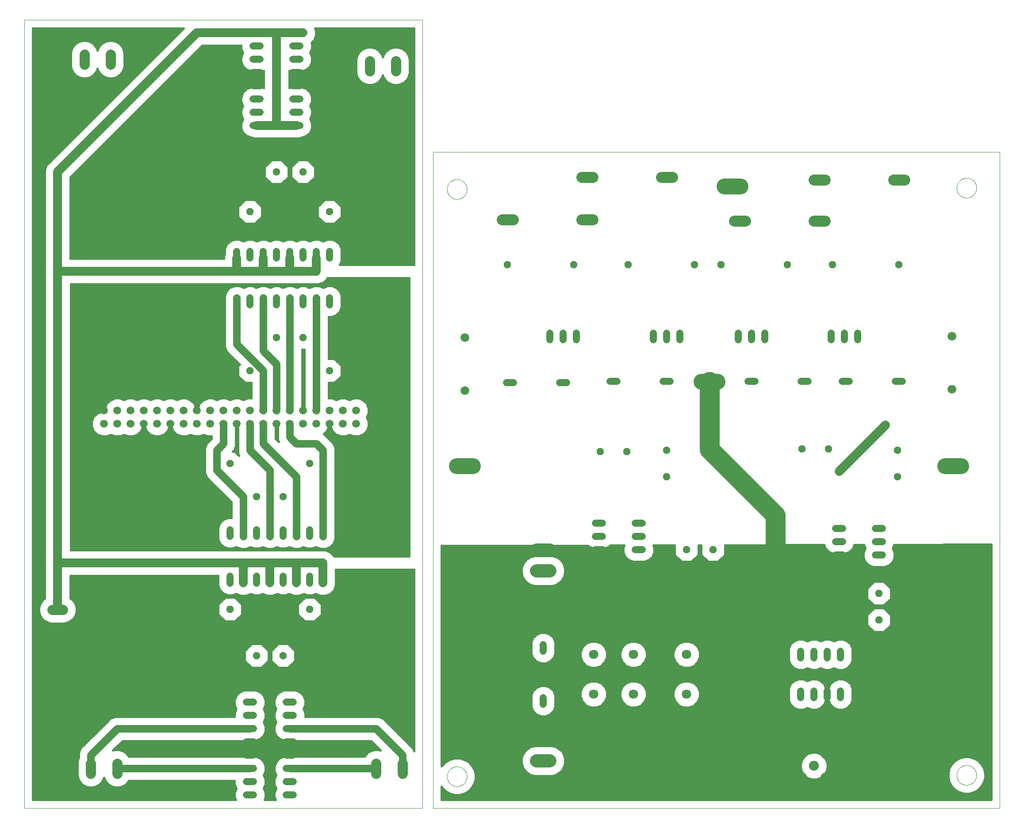
<source format=gtl>
G75*
%MOIN*%
%OFA0B0*%
%FSLAX25Y25*%
%IPPOS*%
%LPD*%
%AMOC8*
5,1,8,0,0,1.08239X$1,22.5*
%
%ADD10C,0.00000*%
%ADD11C,0.05200*%
%ADD12OC8,0.05200*%
%ADD13C,0.05937*%
%ADD14C,0.07800*%
%ADD15C,0.10039*%
%ADD16C,0.07500*%
%ADD17C,0.10500*%
%ADD18C,0.11850*%
%ADD19C,0.07087*%
%ADD20C,0.08250*%
%ADD21C,0.06600*%
%ADD22C,0.01600*%
%ADD23C,0.06600*%
%ADD24C,0.05600*%
%ADD25C,0.15000*%
%ADD26R,0.03962X0.03962*%
D10*
X0001800Y0004167D02*
X0301800Y0004167D01*
X0301800Y0599088D01*
X0001800Y0599088D01*
X0001800Y0004167D01*
X0309800Y0004167D02*
X0736800Y0004167D01*
X0736800Y0499167D01*
X0309800Y0499167D01*
X0309800Y0004167D01*
X0320325Y0028167D02*
X0320327Y0028350D01*
X0320334Y0028534D01*
X0320345Y0028717D01*
X0320361Y0028900D01*
X0320381Y0029082D01*
X0320406Y0029264D01*
X0320435Y0029445D01*
X0320469Y0029625D01*
X0320507Y0029805D01*
X0320549Y0029983D01*
X0320596Y0030161D01*
X0320647Y0030337D01*
X0320702Y0030512D01*
X0320762Y0030685D01*
X0320826Y0030857D01*
X0320894Y0031028D01*
X0320966Y0031196D01*
X0321043Y0031363D01*
X0321123Y0031528D01*
X0321208Y0031691D01*
X0321296Y0031851D01*
X0321388Y0032010D01*
X0321485Y0032166D01*
X0321585Y0032320D01*
X0321689Y0032471D01*
X0321796Y0032620D01*
X0321907Y0032766D01*
X0322022Y0032909D01*
X0322140Y0033049D01*
X0322261Y0033187D01*
X0322386Y0033321D01*
X0322514Y0033453D01*
X0322646Y0033581D01*
X0322780Y0033706D01*
X0322918Y0033827D01*
X0323058Y0033945D01*
X0323201Y0034060D01*
X0323347Y0034171D01*
X0323496Y0034278D01*
X0323647Y0034382D01*
X0323801Y0034482D01*
X0323957Y0034579D01*
X0324116Y0034671D01*
X0324276Y0034759D01*
X0324439Y0034844D01*
X0324604Y0034924D01*
X0324771Y0035001D01*
X0324939Y0035073D01*
X0325110Y0035141D01*
X0325282Y0035205D01*
X0325455Y0035265D01*
X0325630Y0035320D01*
X0325806Y0035371D01*
X0325984Y0035418D01*
X0326162Y0035460D01*
X0326342Y0035498D01*
X0326522Y0035532D01*
X0326703Y0035561D01*
X0326885Y0035586D01*
X0327067Y0035606D01*
X0327250Y0035622D01*
X0327433Y0035633D01*
X0327617Y0035640D01*
X0327800Y0035642D01*
X0327983Y0035640D01*
X0328167Y0035633D01*
X0328350Y0035622D01*
X0328533Y0035606D01*
X0328715Y0035586D01*
X0328897Y0035561D01*
X0329078Y0035532D01*
X0329258Y0035498D01*
X0329438Y0035460D01*
X0329616Y0035418D01*
X0329794Y0035371D01*
X0329970Y0035320D01*
X0330145Y0035265D01*
X0330318Y0035205D01*
X0330490Y0035141D01*
X0330661Y0035073D01*
X0330829Y0035001D01*
X0330996Y0034924D01*
X0331161Y0034844D01*
X0331324Y0034759D01*
X0331484Y0034671D01*
X0331643Y0034579D01*
X0331799Y0034482D01*
X0331953Y0034382D01*
X0332104Y0034278D01*
X0332253Y0034171D01*
X0332399Y0034060D01*
X0332542Y0033945D01*
X0332682Y0033827D01*
X0332820Y0033706D01*
X0332954Y0033581D01*
X0333086Y0033453D01*
X0333214Y0033321D01*
X0333339Y0033187D01*
X0333460Y0033049D01*
X0333578Y0032909D01*
X0333693Y0032766D01*
X0333804Y0032620D01*
X0333911Y0032471D01*
X0334015Y0032320D01*
X0334115Y0032166D01*
X0334212Y0032010D01*
X0334304Y0031851D01*
X0334392Y0031691D01*
X0334477Y0031528D01*
X0334557Y0031363D01*
X0334634Y0031196D01*
X0334706Y0031028D01*
X0334774Y0030857D01*
X0334838Y0030685D01*
X0334898Y0030512D01*
X0334953Y0030337D01*
X0335004Y0030161D01*
X0335051Y0029983D01*
X0335093Y0029805D01*
X0335131Y0029625D01*
X0335165Y0029445D01*
X0335194Y0029264D01*
X0335219Y0029082D01*
X0335239Y0028900D01*
X0335255Y0028717D01*
X0335266Y0028534D01*
X0335273Y0028350D01*
X0335275Y0028167D01*
X0335273Y0027984D01*
X0335266Y0027800D01*
X0335255Y0027617D01*
X0335239Y0027434D01*
X0335219Y0027252D01*
X0335194Y0027070D01*
X0335165Y0026889D01*
X0335131Y0026709D01*
X0335093Y0026529D01*
X0335051Y0026351D01*
X0335004Y0026173D01*
X0334953Y0025997D01*
X0334898Y0025822D01*
X0334838Y0025649D01*
X0334774Y0025477D01*
X0334706Y0025306D01*
X0334634Y0025138D01*
X0334557Y0024971D01*
X0334477Y0024806D01*
X0334392Y0024643D01*
X0334304Y0024483D01*
X0334212Y0024324D01*
X0334115Y0024168D01*
X0334015Y0024014D01*
X0333911Y0023863D01*
X0333804Y0023714D01*
X0333693Y0023568D01*
X0333578Y0023425D01*
X0333460Y0023285D01*
X0333339Y0023147D01*
X0333214Y0023013D01*
X0333086Y0022881D01*
X0332954Y0022753D01*
X0332820Y0022628D01*
X0332682Y0022507D01*
X0332542Y0022389D01*
X0332399Y0022274D01*
X0332253Y0022163D01*
X0332104Y0022056D01*
X0331953Y0021952D01*
X0331799Y0021852D01*
X0331643Y0021755D01*
X0331484Y0021663D01*
X0331324Y0021575D01*
X0331161Y0021490D01*
X0330996Y0021410D01*
X0330829Y0021333D01*
X0330661Y0021261D01*
X0330490Y0021193D01*
X0330318Y0021129D01*
X0330145Y0021069D01*
X0329970Y0021014D01*
X0329794Y0020963D01*
X0329616Y0020916D01*
X0329438Y0020874D01*
X0329258Y0020836D01*
X0329078Y0020802D01*
X0328897Y0020773D01*
X0328715Y0020748D01*
X0328533Y0020728D01*
X0328350Y0020712D01*
X0328167Y0020701D01*
X0327983Y0020694D01*
X0327800Y0020692D01*
X0327617Y0020694D01*
X0327433Y0020701D01*
X0327250Y0020712D01*
X0327067Y0020728D01*
X0326885Y0020748D01*
X0326703Y0020773D01*
X0326522Y0020802D01*
X0326342Y0020836D01*
X0326162Y0020874D01*
X0325984Y0020916D01*
X0325806Y0020963D01*
X0325630Y0021014D01*
X0325455Y0021069D01*
X0325282Y0021129D01*
X0325110Y0021193D01*
X0324939Y0021261D01*
X0324771Y0021333D01*
X0324604Y0021410D01*
X0324439Y0021490D01*
X0324276Y0021575D01*
X0324116Y0021663D01*
X0323957Y0021755D01*
X0323801Y0021852D01*
X0323647Y0021952D01*
X0323496Y0022056D01*
X0323347Y0022163D01*
X0323201Y0022274D01*
X0323058Y0022389D01*
X0322918Y0022507D01*
X0322780Y0022628D01*
X0322646Y0022753D01*
X0322514Y0022881D01*
X0322386Y0023013D01*
X0322261Y0023147D01*
X0322140Y0023285D01*
X0322022Y0023425D01*
X0321907Y0023568D01*
X0321796Y0023714D01*
X0321689Y0023863D01*
X0321585Y0024014D01*
X0321485Y0024168D01*
X0321388Y0024324D01*
X0321296Y0024483D01*
X0321208Y0024643D01*
X0321123Y0024806D01*
X0321043Y0024971D01*
X0320966Y0025138D01*
X0320894Y0025306D01*
X0320826Y0025477D01*
X0320762Y0025649D01*
X0320702Y0025822D01*
X0320647Y0025997D01*
X0320596Y0026173D01*
X0320549Y0026351D01*
X0320507Y0026529D01*
X0320469Y0026709D01*
X0320435Y0026889D01*
X0320406Y0027070D01*
X0320381Y0027252D01*
X0320361Y0027434D01*
X0320345Y0027617D01*
X0320334Y0027800D01*
X0320327Y0027984D01*
X0320325Y0028167D01*
X0704325Y0029167D02*
X0704327Y0029350D01*
X0704334Y0029534D01*
X0704345Y0029717D01*
X0704361Y0029900D01*
X0704381Y0030082D01*
X0704406Y0030264D01*
X0704435Y0030445D01*
X0704469Y0030625D01*
X0704507Y0030805D01*
X0704549Y0030983D01*
X0704596Y0031161D01*
X0704647Y0031337D01*
X0704702Y0031512D01*
X0704762Y0031685D01*
X0704826Y0031857D01*
X0704894Y0032028D01*
X0704966Y0032196D01*
X0705043Y0032363D01*
X0705123Y0032528D01*
X0705208Y0032691D01*
X0705296Y0032851D01*
X0705388Y0033010D01*
X0705485Y0033166D01*
X0705585Y0033320D01*
X0705689Y0033471D01*
X0705796Y0033620D01*
X0705907Y0033766D01*
X0706022Y0033909D01*
X0706140Y0034049D01*
X0706261Y0034187D01*
X0706386Y0034321D01*
X0706514Y0034453D01*
X0706646Y0034581D01*
X0706780Y0034706D01*
X0706918Y0034827D01*
X0707058Y0034945D01*
X0707201Y0035060D01*
X0707347Y0035171D01*
X0707496Y0035278D01*
X0707647Y0035382D01*
X0707801Y0035482D01*
X0707957Y0035579D01*
X0708116Y0035671D01*
X0708276Y0035759D01*
X0708439Y0035844D01*
X0708604Y0035924D01*
X0708771Y0036001D01*
X0708939Y0036073D01*
X0709110Y0036141D01*
X0709282Y0036205D01*
X0709455Y0036265D01*
X0709630Y0036320D01*
X0709806Y0036371D01*
X0709984Y0036418D01*
X0710162Y0036460D01*
X0710342Y0036498D01*
X0710522Y0036532D01*
X0710703Y0036561D01*
X0710885Y0036586D01*
X0711067Y0036606D01*
X0711250Y0036622D01*
X0711433Y0036633D01*
X0711617Y0036640D01*
X0711800Y0036642D01*
X0711983Y0036640D01*
X0712167Y0036633D01*
X0712350Y0036622D01*
X0712533Y0036606D01*
X0712715Y0036586D01*
X0712897Y0036561D01*
X0713078Y0036532D01*
X0713258Y0036498D01*
X0713438Y0036460D01*
X0713616Y0036418D01*
X0713794Y0036371D01*
X0713970Y0036320D01*
X0714145Y0036265D01*
X0714318Y0036205D01*
X0714490Y0036141D01*
X0714661Y0036073D01*
X0714829Y0036001D01*
X0714996Y0035924D01*
X0715161Y0035844D01*
X0715324Y0035759D01*
X0715484Y0035671D01*
X0715643Y0035579D01*
X0715799Y0035482D01*
X0715953Y0035382D01*
X0716104Y0035278D01*
X0716253Y0035171D01*
X0716399Y0035060D01*
X0716542Y0034945D01*
X0716682Y0034827D01*
X0716820Y0034706D01*
X0716954Y0034581D01*
X0717086Y0034453D01*
X0717214Y0034321D01*
X0717339Y0034187D01*
X0717460Y0034049D01*
X0717578Y0033909D01*
X0717693Y0033766D01*
X0717804Y0033620D01*
X0717911Y0033471D01*
X0718015Y0033320D01*
X0718115Y0033166D01*
X0718212Y0033010D01*
X0718304Y0032851D01*
X0718392Y0032691D01*
X0718477Y0032528D01*
X0718557Y0032363D01*
X0718634Y0032196D01*
X0718706Y0032028D01*
X0718774Y0031857D01*
X0718838Y0031685D01*
X0718898Y0031512D01*
X0718953Y0031337D01*
X0719004Y0031161D01*
X0719051Y0030983D01*
X0719093Y0030805D01*
X0719131Y0030625D01*
X0719165Y0030445D01*
X0719194Y0030264D01*
X0719219Y0030082D01*
X0719239Y0029900D01*
X0719255Y0029717D01*
X0719266Y0029534D01*
X0719273Y0029350D01*
X0719275Y0029167D01*
X0719273Y0028984D01*
X0719266Y0028800D01*
X0719255Y0028617D01*
X0719239Y0028434D01*
X0719219Y0028252D01*
X0719194Y0028070D01*
X0719165Y0027889D01*
X0719131Y0027709D01*
X0719093Y0027529D01*
X0719051Y0027351D01*
X0719004Y0027173D01*
X0718953Y0026997D01*
X0718898Y0026822D01*
X0718838Y0026649D01*
X0718774Y0026477D01*
X0718706Y0026306D01*
X0718634Y0026138D01*
X0718557Y0025971D01*
X0718477Y0025806D01*
X0718392Y0025643D01*
X0718304Y0025483D01*
X0718212Y0025324D01*
X0718115Y0025168D01*
X0718015Y0025014D01*
X0717911Y0024863D01*
X0717804Y0024714D01*
X0717693Y0024568D01*
X0717578Y0024425D01*
X0717460Y0024285D01*
X0717339Y0024147D01*
X0717214Y0024013D01*
X0717086Y0023881D01*
X0716954Y0023753D01*
X0716820Y0023628D01*
X0716682Y0023507D01*
X0716542Y0023389D01*
X0716399Y0023274D01*
X0716253Y0023163D01*
X0716104Y0023056D01*
X0715953Y0022952D01*
X0715799Y0022852D01*
X0715643Y0022755D01*
X0715484Y0022663D01*
X0715324Y0022575D01*
X0715161Y0022490D01*
X0714996Y0022410D01*
X0714829Y0022333D01*
X0714661Y0022261D01*
X0714490Y0022193D01*
X0714318Y0022129D01*
X0714145Y0022069D01*
X0713970Y0022014D01*
X0713794Y0021963D01*
X0713616Y0021916D01*
X0713438Y0021874D01*
X0713258Y0021836D01*
X0713078Y0021802D01*
X0712897Y0021773D01*
X0712715Y0021748D01*
X0712533Y0021728D01*
X0712350Y0021712D01*
X0712167Y0021701D01*
X0711983Y0021694D01*
X0711800Y0021692D01*
X0711617Y0021694D01*
X0711433Y0021701D01*
X0711250Y0021712D01*
X0711067Y0021728D01*
X0710885Y0021748D01*
X0710703Y0021773D01*
X0710522Y0021802D01*
X0710342Y0021836D01*
X0710162Y0021874D01*
X0709984Y0021916D01*
X0709806Y0021963D01*
X0709630Y0022014D01*
X0709455Y0022069D01*
X0709282Y0022129D01*
X0709110Y0022193D01*
X0708939Y0022261D01*
X0708771Y0022333D01*
X0708604Y0022410D01*
X0708439Y0022490D01*
X0708276Y0022575D01*
X0708116Y0022663D01*
X0707957Y0022755D01*
X0707801Y0022852D01*
X0707647Y0022952D01*
X0707496Y0023056D01*
X0707347Y0023163D01*
X0707201Y0023274D01*
X0707058Y0023389D01*
X0706918Y0023507D01*
X0706780Y0023628D01*
X0706646Y0023753D01*
X0706514Y0023881D01*
X0706386Y0024013D01*
X0706261Y0024147D01*
X0706140Y0024285D01*
X0706022Y0024425D01*
X0705907Y0024568D01*
X0705796Y0024714D01*
X0705689Y0024863D01*
X0705585Y0025014D01*
X0705485Y0025168D01*
X0705388Y0025324D01*
X0705296Y0025483D01*
X0705208Y0025643D01*
X0705123Y0025806D01*
X0705043Y0025971D01*
X0704966Y0026138D01*
X0704894Y0026306D01*
X0704826Y0026477D01*
X0704762Y0026649D01*
X0704702Y0026822D01*
X0704647Y0026997D01*
X0704596Y0027173D01*
X0704549Y0027351D01*
X0704507Y0027529D01*
X0704469Y0027709D01*
X0704435Y0027889D01*
X0704406Y0028070D01*
X0704381Y0028252D01*
X0704361Y0028434D01*
X0704345Y0028617D01*
X0704334Y0028800D01*
X0704327Y0028984D01*
X0704325Y0029167D01*
X0704325Y0472167D02*
X0704327Y0472350D01*
X0704334Y0472534D01*
X0704345Y0472717D01*
X0704361Y0472900D01*
X0704381Y0473082D01*
X0704406Y0473264D01*
X0704435Y0473445D01*
X0704469Y0473625D01*
X0704507Y0473805D01*
X0704549Y0473983D01*
X0704596Y0474161D01*
X0704647Y0474337D01*
X0704702Y0474512D01*
X0704762Y0474685D01*
X0704826Y0474857D01*
X0704894Y0475028D01*
X0704966Y0475196D01*
X0705043Y0475363D01*
X0705123Y0475528D01*
X0705208Y0475691D01*
X0705296Y0475851D01*
X0705388Y0476010D01*
X0705485Y0476166D01*
X0705585Y0476320D01*
X0705689Y0476471D01*
X0705796Y0476620D01*
X0705907Y0476766D01*
X0706022Y0476909D01*
X0706140Y0477049D01*
X0706261Y0477187D01*
X0706386Y0477321D01*
X0706514Y0477453D01*
X0706646Y0477581D01*
X0706780Y0477706D01*
X0706918Y0477827D01*
X0707058Y0477945D01*
X0707201Y0478060D01*
X0707347Y0478171D01*
X0707496Y0478278D01*
X0707647Y0478382D01*
X0707801Y0478482D01*
X0707957Y0478579D01*
X0708116Y0478671D01*
X0708276Y0478759D01*
X0708439Y0478844D01*
X0708604Y0478924D01*
X0708771Y0479001D01*
X0708939Y0479073D01*
X0709110Y0479141D01*
X0709282Y0479205D01*
X0709455Y0479265D01*
X0709630Y0479320D01*
X0709806Y0479371D01*
X0709984Y0479418D01*
X0710162Y0479460D01*
X0710342Y0479498D01*
X0710522Y0479532D01*
X0710703Y0479561D01*
X0710885Y0479586D01*
X0711067Y0479606D01*
X0711250Y0479622D01*
X0711433Y0479633D01*
X0711617Y0479640D01*
X0711800Y0479642D01*
X0711983Y0479640D01*
X0712167Y0479633D01*
X0712350Y0479622D01*
X0712533Y0479606D01*
X0712715Y0479586D01*
X0712897Y0479561D01*
X0713078Y0479532D01*
X0713258Y0479498D01*
X0713438Y0479460D01*
X0713616Y0479418D01*
X0713794Y0479371D01*
X0713970Y0479320D01*
X0714145Y0479265D01*
X0714318Y0479205D01*
X0714490Y0479141D01*
X0714661Y0479073D01*
X0714829Y0479001D01*
X0714996Y0478924D01*
X0715161Y0478844D01*
X0715324Y0478759D01*
X0715484Y0478671D01*
X0715643Y0478579D01*
X0715799Y0478482D01*
X0715953Y0478382D01*
X0716104Y0478278D01*
X0716253Y0478171D01*
X0716399Y0478060D01*
X0716542Y0477945D01*
X0716682Y0477827D01*
X0716820Y0477706D01*
X0716954Y0477581D01*
X0717086Y0477453D01*
X0717214Y0477321D01*
X0717339Y0477187D01*
X0717460Y0477049D01*
X0717578Y0476909D01*
X0717693Y0476766D01*
X0717804Y0476620D01*
X0717911Y0476471D01*
X0718015Y0476320D01*
X0718115Y0476166D01*
X0718212Y0476010D01*
X0718304Y0475851D01*
X0718392Y0475691D01*
X0718477Y0475528D01*
X0718557Y0475363D01*
X0718634Y0475196D01*
X0718706Y0475028D01*
X0718774Y0474857D01*
X0718838Y0474685D01*
X0718898Y0474512D01*
X0718953Y0474337D01*
X0719004Y0474161D01*
X0719051Y0473983D01*
X0719093Y0473805D01*
X0719131Y0473625D01*
X0719165Y0473445D01*
X0719194Y0473264D01*
X0719219Y0473082D01*
X0719239Y0472900D01*
X0719255Y0472717D01*
X0719266Y0472534D01*
X0719273Y0472350D01*
X0719275Y0472167D01*
X0719273Y0471984D01*
X0719266Y0471800D01*
X0719255Y0471617D01*
X0719239Y0471434D01*
X0719219Y0471252D01*
X0719194Y0471070D01*
X0719165Y0470889D01*
X0719131Y0470709D01*
X0719093Y0470529D01*
X0719051Y0470351D01*
X0719004Y0470173D01*
X0718953Y0469997D01*
X0718898Y0469822D01*
X0718838Y0469649D01*
X0718774Y0469477D01*
X0718706Y0469306D01*
X0718634Y0469138D01*
X0718557Y0468971D01*
X0718477Y0468806D01*
X0718392Y0468643D01*
X0718304Y0468483D01*
X0718212Y0468324D01*
X0718115Y0468168D01*
X0718015Y0468014D01*
X0717911Y0467863D01*
X0717804Y0467714D01*
X0717693Y0467568D01*
X0717578Y0467425D01*
X0717460Y0467285D01*
X0717339Y0467147D01*
X0717214Y0467013D01*
X0717086Y0466881D01*
X0716954Y0466753D01*
X0716820Y0466628D01*
X0716682Y0466507D01*
X0716542Y0466389D01*
X0716399Y0466274D01*
X0716253Y0466163D01*
X0716104Y0466056D01*
X0715953Y0465952D01*
X0715799Y0465852D01*
X0715643Y0465755D01*
X0715484Y0465663D01*
X0715324Y0465575D01*
X0715161Y0465490D01*
X0714996Y0465410D01*
X0714829Y0465333D01*
X0714661Y0465261D01*
X0714490Y0465193D01*
X0714318Y0465129D01*
X0714145Y0465069D01*
X0713970Y0465014D01*
X0713794Y0464963D01*
X0713616Y0464916D01*
X0713438Y0464874D01*
X0713258Y0464836D01*
X0713078Y0464802D01*
X0712897Y0464773D01*
X0712715Y0464748D01*
X0712533Y0464728D01*
X0712350Y0464712D01*
X0712167Y0464701D01*
X0711983Y0464694D01*
X0711800Y0464692D01*
X0711617Y0464694D01*
X0711433Y0464701D01*
X0711250Y0464712D01*
X0711067Y0464728D01*
X0710885Y0464748D01*
X0710703Y0464773D01*
X0710522Y0464802D01*
X0710342Y0464836D01*
X0710162Y0464874D01*
X0709984Y0464916D01*
X0709806Y0464963D01*
X0709630Y0465014D01*
X0709455Y0465069D01*
X0709282Y0465129D01*
X0709110Y0465193D01*
X0708939Y0465261D01*
X0708771Y0465333D01*
X0708604Y0465410D01*
X0708439Y0465490D01*
X0708276Y0465575D01*
X0708116Y0465663D01*
X0707957Y0465755D01*
X0707801Y0465852D01*
X0707647Y0465952D01*
X0707496Y0466056D01*
X0707347Y0466163D01*
X0707201Y0466274D01*
X0707058Y0466389D01*
X0706918Y0466507D01*
X0706780Y0466628D01*
X0706646Y0466753D01*
X0706514Y0466881D01*
X0706386Y0467013D01*
X0706261Y0467147D01*
X0706140Y0467285D01*
X0706022Y0467425D01*
X0705907Y0467568D01*
X0705796Y0467714D01*
X0705689Y0467863D01*
X0705585Y0468014D01*
X0705485Y0468168D01*
X0705388Y0468324D01*
X0705296Y0468483D01*
X0705208Y0468643D01*
X0705123Y0468806D01*
X0705043Y0468971D01*
X0704966Y0469138D01*
X0704894Y0469306D01*
X0704826Y0469477D01*
X0704762Y0469649D01*
X0704702Y0469822D01*
X0704647Y0469997D01*
X0704596Y0470173D01*
X0704549Y0470351D01*
X0704507Y0470529D01*
X0704469Y0470709D01*
X0704435Y0470889D01*
X0704406Y0471070D01*
X0704381Y0471252D01*
X0704361Y0471434D01*
X0704345Y0471617D01*
X0704334Y0471800D01*
X0704327Y0471984D01*
X0704325Y0472167D01*
X0320325Y0471167D02*
X0320327Y0471350D01*
X0320334Y0471534D01*
X0320345Y0471717D01*
X0320361Y0471900D01*
X0320381Y0472082D01*
X0320406Y0472264D01*
X0320435Y0472445D01*
X0320469Y0472625D01*
X0320507Y0472805D01*
X0320549Y0472983D01*
X0320596Y0473161D01*
X0320647Y0473337D01*
X0320702Y0473512D01*
X0320762Y0473685D01*
X0320826Y0473857D01*
X0320894Y0474028D01*
X0320966Y0474196D01*
X0321043Y0474363D01*
X0321123Y0474528D01*
X0321208Y0474691D01*
X0321296Y0474851D01*
X0321388Y0475010D01*
X0321485Y0475166D01*
X0321585Y0475320D01*
X0321689Y0475471D01*
X0321796Y0475620D01*
X0321907Y0475766D01*
X0322022Y0475909D01*
X0322140Y0476049D01*
X0322261Y0476187D01*
X0322386Y0476321D01*
X0322514Y0476453D01*
X0322646Y0476581D01*
X0322780Y0476706D01*
X0322918Y0476827D01*
X0323058Y0476945D01*
X0323201Y0477060D01*
X0323347Y0477171D01*
X0323496Y0477278D01*
X0323647Y0477382D01*
X0323801Y0477482D01*
X0323957Y0477579D01*
X0324116Y0477671D01*
X0324276Y0477759D01*
X0324439Y0477844D01*
X0324604Y0477924D01*
X0324771Y0478001D01*
X0324939Y0478073D01*
X0325110Y0478141D01*
X0325282Y0478205D01*
X0325455Y0478265D01*
X0325630Y0478320D01*
X0325806Y0478371D01*
X0325984Y0478418D01*
X0326162Y0478460D01*
X0326342Y0478498D01*
X0326522Y0478532D01*
X0326703Y0478561D01*
X0326885Y0478586D01*
X0327067Y0478606D01*
X0327250Y0478622D01*
X0327433Y0478633D01*
X0327617Y0478640D01*
X0327800Y0478642D01*
X0327983Y0478640D01*
X0328167Y0478633D01*
X0328350Y0478622D01*
X0328533Y0478606D01*
X0328715Y0478586D01*
X0328897Y0478561D01*
X0329078Y0478532D01*
X0329258Y0478498D01*
X0329438Y0478460D01*
X0329616Y0478418D01*
X0329794Y0478371D01*
X0329970Y0478320D01*
X0330145Y0478265D01*
X0330318Y0478205D01*
X0330490Y0478141D01*
X0330661Y0478073D01*
X0330829Y0478001D01*
X0330996Y0477924D01*
X0331161Y0477844D01*
X0331324Y0477759D01*
X0331484Y0477671D01*
X0331643Y0477579D01*
X0331799Y0477482D01*
X0331953Y0477382D01*
X0332104Y0477278D01*
X0332253Y0477171D01*
X0332399Y0477060D01*
X0332542Y0476945D01*
X0332682Y0476827D01*
X0332820Y0476706D01*
X0332954Y0476581D01*
X0333086Y0476453D01*
X0333214Y0476321D01*
X0333339Y0476187D01*
X0333460Y0476049D01*
X0333578Y0475909D01*
X0333693Y0475766D01*
X0333804Y0475620D01*
X0333911Y0475471D01*
X0334015Y0475320D01*
X0334115Y0475166D01*
X0334212Y0475010D01*
X0334304Y0474851D01*
X0334392Y0474691D01*
X0334477Y0474528D01*
X0334557Y0474363D01*
X0334634Y0474196D01*
X0334706Y0474028D01*
X0334774Y0473857D01*
X0334838Y0473685D01*
X0334898Y0473512D01*
X0334953Y0473337D01*
X0335004Y0473161D01*
X0335051Y0472983D01*
X0335093Y0472805D01*
X0335131Y0472625D01*
X0335165Y0472445D01*
X0335194Y0472264D01*
X0335219Y0472082D01*
X0335239Y0471900D01*
X0335255Y0471717D01*
X0335266Y0471534D01*
X0335273Y0471350D01*
X0335275Y0471167D01*
X0335273Y0470984D01*
X0335266Y0470800D01*
X0335255Y0470617D01*
X0335239Y0470434D01*
X0335219Y0470252D01*
X0335194Y0470070D01*
X0335165Y0469889D01*
X0335131Y0469709D01*
X0335093Y0469529D01*
X0335051Y0469351D01*
X0335004Y0469173D01*
X0334953Y0468997D01*
X0334898Y0468822D01*
X0334838Y0468649D01*
X0334774Y0468477D01*
X0334706Y0468306D01*
X0334634Y0468138D01*
X0334557Y0467971D01*
X0334477Y0467806D01*
X0334392Y0467643D01*
X0334304Y0467483D01*
X0334212Y0467324D01*
X0334115Y0467168D01*
X0334015Y0467014D01*
X0333911Y0466863D01*
X0333804Y0466714D01*
X0333693Y0466568D01*
X0333578Y0466425D01*
X0333460Y0466285D01*
X0333339Y0466147D01*
X0333214Y0466013D01*
X0333086Y0465881D01*
X0332954Y0465753D01*
X0332820Y0465628D01*
X0332682Y0465507D01*
X0332542Y0465389D01*
X0332399Y0465274D01*
X0332253Y0465163D01*
X0332104Y0465056D01*
X0331953Y0464952D01*
X0331799Y0464852D01*
X0331643Y0464755D01*
X0331484Y0464663D01*
X0331324Y0464575D01*
X0331161Y0464490D01*
X0330996Y0464410D01*
X0330829Y0464333D01*
X0330661Y0464261D01*
X0330490Y0464193D01*
X0330318Y0464129D01*
X0330145Y0464069D01*
X0329970Y0464014D01*
X0329794Y0463963D01*
X0329616Y0463916D01*
X0329438Y0463874D01*
X0329258Y0463836D01*
X0329078Y0463802D01*
X0328897Y0463773D01*
X0328715Y0463748D01*
X0328533Y0463728D01*
X0328350Y0463712D01*
X0328167Y0463701D01*
X0327983Y0463694D01*
X0327800Y0463692D01*
X0327617Y0463694D01*
X0327433Y0463701D01*
X0327250Y0463712D01*
X0327067Y0463728D01*
X0326885Y0463748D01*
X0326703Y0463773D01*
X0326522Y0463802D01*
X0326342Y0463836D01*
X0326162Y0463874D01*
X0325984Y0463916D01*
X0325806Y0463963D01*
X0325630Y0464014D01*
X0325455Y0464069D01*
X0325282Y0464129D01*
X0325110Y0464193D01*
X0324939Y0464261D01*
X0324771Y0464333D01*
X0324604Y0464410D01*
X0324439Y0464490D01*
X0324276Y0464575D01*
X0324116Y0464663D01*
X0323957Y0464755D01*
X0323801Y0464852D01*
X0323647Y0464952D01*
X0323496Y0465056D01*
X0323347Y0465163D01*
X0323201Y0465274D01*
X0323058Y0465389D01*
X0322918Y0465507D01*
X0322780Y0465628D01*
X0322646Y0465753D01*
X0322514Y0465881D01*
X0322386Y0466013D01*
X0322261Y0466147D01*
X0322140Y0466285D01*
X0322022Y0466425D01*
X0321907Y0466568D01*
X0321796Y0466714D01*
X0321689Y0466863D01*
X0321585Y0467014D01*
X0321485Y0467168D01*
X0321388Y0467324D01*
X0321296Y0467483D01*
X0321208Y0467643D01*
X0321123Y0467806D01*
X0321043Y0467971D01*
X0320966Y0468138D01*
X0320894Y0468306D01*
X0320826Y0468477D01*
X0320762Y0468649D01*
X0320702Y0468822D01*
X0320647Y0468997D01*
X0320596Y0469173D01*
X0320549Y0469351D01*
X0320507Y0469529D01*
X0320469Y0469709D01*
X0320435Y0469889D01*
X0320406Y0470070D01*
X0320381Y0470252D01*
X0320361Y0470434D01*
X0320345Y0470617D01*
X0320334Y0470800D01*
X0320327Y0470984D01*
X0320325Y0471167D01*
D11*
X0231800Y0424367D02*
X0231800Y0419167D01*
X0221800Y0419167D02*
X0221800Y0424367D01*
X0211800Y0424367D02*
X0211800Y0419167D01*
X0201800Y0419167D02*
X0201800Y0424367D01*
X0191800Y0424367D02*
X0191800Y0419167D01*
X0181800Y0419167D02*
X0181800Y0424367D01*
X0171800Y0424367D02*
X0171800Y0419167D01*
X0161800Y0419167D02*
X0161800Y0424367D01*
X0161800Y0389167D02*
X0161800Y0383967D01*
X0171800Y0383967D02*
X0171800Y0389167D01*
X0181800Y0389167D02*
X0181800Y0383967D01*
X0191800Y0383967D02*
X0191800Y0389167D01*
X0201800Y0389167D02*
X0201800Y0383967D01*
X0211800Y0383967D02*
X0211800Y0389167D01*
X0221800Y0389167D02*
X0221800Y0383967D01*
X0231800Y0383967D02*
X0231800Y0389167D01*
X0365200Y0325167D02*
X0370400Y0325167D01*
X0405200Y0325167D02*
X0410400Y0325167D01*
X0443200Y0326167D02*
X0448400Y0326167D01*
X0483200Y0326167D02*
X0488400Y0326167D01*
X0485800Y0357567D02*
X0485800Y0362767D01*
X0475800Y0362767D02*
X0475800Y0357567D01*
X0495800Y0357567D02*
X0495800Y0362767D01*
X0539800Y0362767D02*
X0539800Y0357567D01*
X0549800Y0357567D02*
X0549800Y0362767D01*
X0559800Y0362767D02*
X0559800Y0357567D01*
X0552400Y0326167D02*
X0547200Y0326167D01*
X0587200Y0326167D02*
X0592400Y0326167D01*
X0618200Y0326167D02*
X0623400Y0326167D01*
X0658200Y0326167D02*
X0663400Y0326167D01*
X0629800Y0357567D02*
X0629800Y0362767D01*
X0619800Y0362767D02*
X0619800Y0357567D01*
X0609800Y0357567D02*
X0609800Y0362767D01*
X0467400Y0219167D02*
X0462200Y0219167D01*
X0462200Y0209167D02*
X0467400Y0209167D01*
X0467400Y0199167D02*
X0462200Y0199167D01*
X0437400Y0199167D02*
X0432200Y0199167D01*
X0432200Y0209167D02*
X0437400Y0209167D01*
X0437400Y0219167D02*
X0432200Y0219167D01*
X0392800Y0127767D02*
X0392800Y0122567D01*
X0392800Y0087767D02*
X0392800Y0082567D01*
X0226800Y0173967D02*
X0226800Y0179167D01*
X0216800Y0179167D02*
X0216800Y0173967D01*
X0206800Y0173967D02*
X0206800Y0179167D01*
X0196800Y0179167D02*
X0196800Y0173967D01*
X0186800Y0173967D02*
X0186800Y0179167D01*
X0176800Y0179167D02*
X0176800Y0173967D01*
X0166800Y0173967D02*
X0166800Y0179167D01*
X0156800Y0179167D02*
X0156800Y0173967D01*
X0156800Y0209167D02*
X0156800Y0214367D01*
X0166800Y0214367D02*
X0166800Y0209167D01*
X0176800Y0209167D02*
X0176800Y0214367D01*
X0186800Y0214367D02*
X0186800Y0209167D01*
X0196800Y0209167D02*
X0196800Y0214367D01*
X0206800Y0214367D02*
X0206800Y0209167D01*
X0216800Y0209167D02*
X0216800Y0214367D01*
X0226800Y0214367D02*
X0226800Y0209167D01*
X0204400Y0084167D02*
X0199200Y0084167D01*
X0199200Y0074167D02*
X0204400Y0074167D01*
X0204400Y0064167D02*
X0199200Y0064167D01*
X0199200Y0054167D02*
X0204400Y0054167D01*
X0204400Y0044167D02*
X0199200Y0044167D01*
X0199200Y0034167D02*
X0204400Y0034167D01*
X0204400Y0024167D02*
X0199200Y0024167D01*
X0199200Y0014167D02*
X0204400Y0014167D01*
X0174400Y0014167D02*
X0169200Y0014167D01*
X0169200Y0024167D02*
X0174400Y0024167D01*
X0174400Y0034167D02*
X0169200Y0034167D01*
X0169200Y0044167D02*
X0174400Y0044167D01*
X0174400Y0054167D02*
X0169200Y0054167D01*
X0169200Y0064167D02*
X0174400Y0064167D01*
X0174400Y0074167D02*
X0169200Y0074167D01*
X0169200Y0084167D02*
X0174400Y0084167D01*
X0397800Y0357567D02*
X0397800Y0362767D01*
X0407800Y0362767D02*
X0407800Y0357567D01*
X0417800Y0357567D02*
X0417800Y0362767D01*
X0613200Y0215167D02*
X0618400Y0215167D01*
X0618400Y0205167D02*
X0613200Y0205167D01*
X0613200Y0195167D02*
X0618400Y0195167D01*
X0643200Y0195167D02*
X0648400Y0195167D01*
X0648400Y0205167D02*
X0643200Y0205167D01*
X0643200Y0215167D02*
X0648400Y0215167D01*
X0616800Y0122767D02*
X0616800Y0117567D01*
X0606800Y0117567D02*
X0606800Y0122767D01*
X0596800Y0122767D02*
X0596800Y0117567D01*
X0586800Y0117567D02*
X0586800Y0122767D01*
X0586800Y0092767D02*
X0586800Y0087567D01*
X0596800Y0087567D02*
X0596800Y0092767D01*
X0606800Y0092767D02*
X0606800Y0087567D01*
X0616800Y0087567D02*
X0616800Y0092767D01*
X0209400Y0519167D02*
X0204200Y0519167D01*
X0204200Y0529167D02*
X0209400Y0529167D01*
X0209400Y0539167D02*
X0204200Y0539167D01*
X0204200Y0549167D02*
X0209400Y0549167D01*
X0209400Y0559167D02*
X0204200Y0559167D01*
X0204200Y0569167D02*
X0209400Y0569167D01*
X0209400Y0579167D02*
X0204200Y0579167D01*
X0204200Y0589167D02*
X0209400Y0589167D01*
X0179400Y0589167D02*
X0174200Y0589167D01*
X0174200Y0579167D02*
X0179400Y0579167D01*
X0179400Y0569167D02*
X0174200Y0569167D01*
X0174200Y0559167D02*
X0179400Y0559167D01*
X0179400Y0549167D02*
X0174200Y0549167D01*
X0174200Y0539167D02*
X0179400Y0539167D01*
X0179400Y0529167D02*
X0174200Y0529167D01*
X0174200Y0519167D02*
X0179400Y0519167D01*
D12*
X0191800Y0484167D03*
X0211800Y0484167D03*
X0231800Y0454167D03*
X0261800Y0484167D03*
X0281800Y0454167D03*
X0365800Y0414167D03*
X0415800Y0414167D03*
X0456800Y0414167D03*
X0506800Y0414167D03*
X0526800Y0414167D03*
X0576800Y0414167D03*
X0610800Y0414167D03*
X0660800Y0414167D03*
X0659800Y0274167D03*
X0659800Y0254167D03*
X0607800Y0275167D03*
X0587800Y0275167D03*
X0520800Y0199167D03*
X0500800Y0199167D03*
X0485800Y0254167D03*
X0485800Y0274167D03*
X0455800Y0273167D03*
X0435800Y0273167D03*
X0281800Y0334167D03*
X0261800Y0359167D03*
X0231800Y0334167D03*
X0211800Y0359167D03*
X0191800Y0359167D03*
X0171800Y0334167D03*
X0141800Y0359167D03*
X0121800Y0334167D03*
X0106800Y0264167D03*
X0126800Y0239167D03*
X0156800Y0264167D03*
X0176800Y0239167D03*
X0196800Y0239167D03*
X0216800Y0264167D03*
X0246800Y0239167D03*
X0266800Y0264167D03*
X0266800Y0154167D03*
X0246800Y0119167D03*
X0216800Y0154167D03*
X0196800Y0119167D03*
X0176800Y0119167D03*
X0156800Y0154167D03*
X0126800Y0119167D03*
X0106800Y0154167D03*
X0121800Y0454167D03*
X0141800Y0484167D03*
X0171800Y0454167D03*
X0645800Y0166167D03*
X0645800Y0146167D03*
D13*
X0251800Y0294167D03*
X0251800Y0304167D03*
X0241800Y0304167D03*
X0231800Y0304167D03*
X0221800Y0304167D03*
X0211800Y0304167D03*
X0201800Y0304167D03*
X0191800Y0304167D03*
X0181800Y0304167D03*
X0171800Y0304167D03*
X0161800Y0304167D03*
X0151800Y0304167D03*
X0141800Y0304167D03*
X0131800Y0304167D03*
X0121800Y0304167D03*
X0111800Y0304167D03*
X0101800Y0304167D03*
X0091800Y0304167D03*
X0081800Y0304167D03*
X0071800Y0304167D03*
X0061800Y0304167D03*
X0061800Y0294167D03*
X0071800Y0294167D03*
X0081800Y0294167D03*
X0091800Y0294167D03*
X0101800Y0294167D03*
X0111800Y0294167D03*
X0121800Y0294167D03*
X0131800Y0294167D03*
X0141800Y0294167D03*
X0151800Y0294167D03*
X0161800Y0294167D03*
X0171800Y0294167D03*
X0181800Y0294167D03*
X0191800Y0294167D03*
X0201800Y0294167D03*
X0211800Y0294167D03*
X0221800Y0294167D03*
X0231800Y0294167D03*
X0241800Y0294167D03*
D14*
X0030700Y0154067D02*
X0022900Y0154067D01*
X0022900Y0134367D02*
X0030700Y0134367D01*
X0051900Y0038067D02*
X0051900Y0030267D01*
X0071600Y0030267D02*
X0071600Y0038067D01*
X0266900Y0038067D02*
X0266900Y0030267D01*
X0286600Y0030267D02*
X0286600Y0038067D01*
X0281700Y0560267D02*
X0281700Y0568067D01*
X0262000Y0568067D02*
X0262000Y0560267D01*
X0066700Y0565267D02*
X0066700Y0573067D01*
X0047000Y0573067D02*
X0047000Y0565267D01*
D15*
X0387780Y0198962D02*
X0397820Y0198962D01*
X0397820Y0183371D02*
X0387780Y0183371D01*
X0387780Y0039962D02*
X0397820Y0039962D01*
X0397820Y0024371D02*
X0387780Y0024371D01*
D16*
X0596800Y0036167D03*
D17*
X0586761Y0046206D03*
X0606839Y0046206D03*
X0606839Y0026128D03*
X0586761Y0026128D03*
D18*
X0695875Y0262167D02*
X0707725Y0262167D01*
X0523925Y0325867D02*
X0512075Y0325867D01*
X0529575Y0473167D02*
X0541425Y0473167D01*
X0339725Y0262167D02*
X0327875Y0262167D01*
D19*
X0430800Y0120167D03*
X0460800Y0120167D03*
X0480800Y0120167D03*
X0500800Y0120167D03*
X0500800Y0090167D03*
X0480800Y0090167D03*
X0460800Y0090167D03*
X0430800Y0090167D03*
D20*
X0429925Y0448167D02*
X0421675Y0448167D01*
X0421675Y0480167D02*
X0429925Y0480167D01*
X0481675Y0480167D02*
X0489925Y0480167D01*
X0536675Y0447167D02*
X0544925Y0447167D01*
X0596675Y0447167D02*
X0604925Y0447167D01*
X0604925Y0478167D02*
X0596675Y0478167D01*
X0656675Y0478167D02*
X0664925Y0478167D01*
X0369925Y0448167D02*
X0361675Y0448167D01*
D21*
X0333800Y0359167D03*
X0333800Y0319167D03*
X0700800Y0320167D03*
X0700800Y0360167D03*
D22*
X0730400Y0203152D02*
X0657236Y0202981D01*
X0656070Y0200167D01*
X0657400Y0196957D01*
X0657400Y0193376D01*
X0656030Y0190069D01*
X0653498Y0187537D01*
X0650190Y0186167D01*
X0641410Y0186167D01*
X0638102Y0187537D01*
X0635570Y0190069D01*
X0634200Y0193376D01*
X0634200Y0196957D01*
X0635530Y0200167D01*
X0634386Y0202927D01*
X0627207Y0202911D01*
X0626030Y0200069D01*
X0623498Y0197537D01*
X0620190Y0196167D01*
X0611410Y0196167D01*
X0608102Y0197537D01*
X0605570Y0200069D01*
X0604415Y0202857D01*
X0529800Y0202683D01*
X0529800Y0195439D01*
X0524528Y0190167D01*
X0517072Y0190167D01*
X0511800Y0195439D01*
X0511800Y0202641D01*
X0509800Y0202636D01*
X0509800Y0195439D01*
X0504528Y0190167D01*
X0497072Y0190167D01*
X0491800Y0195439D01*
X0491800Y0202594D01*
X0475737Y0202557D01*
X0476400Y0200957D01*
X0476400Y0197376D01*
X0475030Y0194069D01*
X0472498Y0191537D01*
X0469190Y0190167D01*
X0460410Y0190167D01*
X0457102Y0191537D01*
X0454570Y0194069D01*
X0453200Y0197376D01*
X0453200Y0200957D01*
X0453841Y0202506D01*
X0443442Y0202481D01*
X0442498Y0201537D01*
X0439190Y0200167D01*
X0430410Y0200167D01*
X0427102Y0201537D01*
X0426198Y0202441D01*
X0316200Y0202184D01*
X0316200Y0035825D01*
X0316697Y0036686D01*
X0319281Y0039269D01*
X0322444Y0041096D01*
X0325973Y0042042D01*
X0329627Y0042042D01*
X0333156Y0041096D01*
X0336319Y0039269D01*
X0338903Y0036686D01*
X0340729Y0033522D01*
X0341675Y0029993D01*
X0341675Y0026340D01*
X0340729Y0022811D01*
X0338903Y0019647D01*
X0336319Y0017064D01*
X0333156Y0015237D01*
X0329627Y0014292D01*
X0325973Y0014292D01*
X0322444Y0015237D01*
X0319281Y0017064D01*
X0316697Y0019647D01*
X0316200Y0020508D01*
X0316200Y0010567D01*
X0730400Y0010567D01*
X0730400Y0203152D01*
X0730400Y0202382D02*
X0656988Y0202382D01*
X0656326Y0200784D02*
X0730400Y0200784D01*
X0730400Y0199185D02*
X0656477Y0199185D01*
X0657139Y0197587D02*
X0730400Y0197587D01*
X0730400Y0195988D02*
X0657400Y0195988D01*
X0657400Y0194390D02*
X0730400Y0194390D01*
X0730400Y0192791D02*
X0657157Y0192791D01*
X0656495Y0191192D02*
X0730400Y0191192D01*
X0730400Y0189594D02*
X0655555Y0189594D01*
X0653957Y0187995D02*
X0730400Y0187995D01*
X0730400Y0186397D02*
X0650746Y0186397D01*
X0640854Y0186397D02*
X0408832Y0186397D01*
X0408461Y0187779D02*
X0406958Y0190383D01*
X0404832Y0192509D01*
X0402228Y0194013D01*
X0399323Y0194791D01*
X0386277Y0194791D01*
X0383372Y0194013D01*
X0380768Y0192509D01*
X0378642Y0190383D01*
X0377139Y0187779D01*
X0376361Y0184875D01*
X0376361Y0181868D01*
X0377139Y0178964D01*
X0378642Y0176360D01*
X0380768Y0174233D01*
X0383372Y0172730D01*
X0386277Y0171952D01*
X0399323Y0171952D01*
X0402228Y0172730D01*
X0404832Y0174233D01*
X0406958Y0176360D01*
X0408461Y0178964D01*
X0409239Y0181868D01*
X0409239Y0184875D01*
X0408461Y0187779D01*
X0408336Y0187995D02*
X0637643Y0187995D01*
X0636045Y0189594D02*
X0407413Y0189594D01*
X0406148Y0191192D02*
X0457933Y0191192D01*
X0455848Y0192791D02*
X0404344Y0192791D01*
X0400822Y0194390D02*
X0454437Y0194390D01*
X0453775Y0195988D02*
X0316200Y0195988D01*
X0316200Y0194390D02*
X0384778Y0194390D01*
X0381256Y0192791D02*
X0316200Y0192791D01*
X0316200Y0191192D02*
X0379452Y0191192D01*
X0378187Y0189594D02*
X0316200Y0189594D01*
X0316200Y0187995D02*
X0377264Y0187995D01*
X0376768Y0186397D02*
X0316200Y0186397D01*
X0316200Y0184798D02*
X0376361Y0184798D01*
X0376361Y0183200D02*
X0316200Y0183200D01*
X0316200Y0181601D02*
X0376432Y0181601D01*
X0376860Y0180003D02*
X0316200Y0180003D01*
X0316200Y0178404D02*
X0377462Y0178404D01*
X0378385Y0176806D02*
X0316200Y0176806D01*
X0316200Y0175207D02*
X0379794Y0175207D01*
X0381850Y0173609D02*
X0316200Y0173609D01*
X0316200Y0172010D02*
X0386058Y0172010D01*
X0399542Y0172010D02*
X0638916Y0172010D01*
X0637317Y0170412D02*
X0316200Y0170412D01*
X0316200Y0168813D02*
X0636800Y0168813D01*
X0636800Y0169895D02*
X0636800Y0162439D01*
X0642072Y0157167D01*
X0649528Y0157167D01*
X0654800Y0162439D01*
X0654800Y0169895D01*
X0649528Y0175167D01*
X0642072Y0175167D01*
X0636800Y0169895D01*
X0636800Y0167215D02*
X0316200Y0167215D01*
X0316200Y0165616D02*
X0636800Y0165616D01*
X0636800Y0164018D02*
X0316200Y0164018D01*
X0316200Y0162419D02*
X0636819Y0162419D01*
X0638418Y0160821D02*
X0316200Y0160821D01*
X0316200Y0159222D02*
X0640016Y0159222D01*
X0641615Y0157624D02*
X0316200Y0157624D01*
X0316200Y0156025D02*
X0730400Y0156025D01*
X0730400Y0154427D02*
X0650268Y0154427D01*
X0649528Y0155167D02*
X0642072Y0155167D01*
X0636800Y0149895D01*
X0636800Y0142439D01*
X0642072Y0137167D01*
X0649528Y0137167D01*
X0654800Y0142439D01*
X0654800Y0149895D01*
X0649528Y0155167D01*
X0649985Y0157624D02*
X0730400Y0157624D01*
X0730400Y0159222D02*
X0651584Y0159222D01*
X0653182Y0160821D02*
X0730400Y0160821D01*
X0730400Y0162419D02*
X0654781Y0162419D01*
X0654800Y0164018D02*
X0730400Y0164018D01*
X0730400Y0165616D02*
X0654800Y0165616D01*
X0654800Y0167215D02*
X0730400Y0167215D01*
X0730400Y0168813D02*
X0654800Y0168813D01*
X0654283Y0170412D02*
X0730400Y0170412D01*
X0730400Y0172010D02*
X0652684Y0172010D01*
X0651086Y0173609D02*
X0730400Y0173609D01*
X0730400Y0175207D02*
X0405806Y0175207D01*
X0407215Y0176806D02*
X0730400Y0176806D01*
X0730400Y0178404D02*
X0408138Y0178404D01*
X0408740Y0180003D02*
X0730400Y0180003D01*
X0730400Y0181601D02*
X0409168Y0181601D01*
X0409239Y0183200D02*
X0730400Y0183200D01*
X0730400Y0184798D02*
X0409239Y0184798D01*
X0403750Y0173609D02*
X0640514Y0173609D01*
X0635105Y0191192D02*
X0525554Y0191192D01*
X0527152Y0192791D02*
X0634442Y0192791D01*
X0634200Y0194390D02*
X0528751Y0194390D01*
X0529800Y0195988D02*
X0634200Y0195988D01*
X0634461Y0197587D02*
X0623548Y0197587D01*
X0625146Y0199185D02*
X0635123Y0199185D01*
X0635274Y0200784D02*
X0626326Y0200784D01*
X0626988Y0202382D02*
X0634612Y0202382D01*
X0608052Y0197587D02*
X0529800Y0197587D01*
X0529800Y0199185D02*
X0606454Y0199185D01*
X0605274Y0200784D02*
X0529800Y0200784D01*
X0529800Y0202382D02*
X0604612Y0202382D01*
X0641332Y0154427D02*
X0316200Y0154427D01*
X0316200Y0152828D02*
X0639734Y0152828D01*
X0638135Y0151230D02*
X0316200Y0151230D01*
X0316200Y0149631D02*
X0636800Y0149631D01*
X0636800Y0148033D02*
X0316200Y0148033D01*
X0316200Y0146434D02*
X0636800Y0146434D01*
X0636800Y0144836D02*
X0316200Y0144836D01*
X0316200Y0143237D02*
X0636800Y0143237D01*
X0637600Y0141639D02*
X0316200Y0141639D01*
X0316200Y0140040D02*
X0639199Y0140040D01*
X0640797Y0138442D02*
X0316200Y0138442D01*
X0316200Y0136843D02*
X0730400Y0136843D01*
X0730400Y0135245D02*
X0398050Y0135245D01*
X0397898Y0135396D02*
X0394590Y0136767D01*
X0391010Y0136767D01*
X0387702Y0135396D01*
X0385170Y0132865D01*
X0383800Y0129557D01*
X0383800Y0120776D01*
X0385170Y0117469D01*
X0387702Y0114937D01*
X0391010Y0113567D01*
X0394590Y0113567D01*
X0397898Y0114937D01*
X0400430Y0117469D01*
X0401800Y0120776D01*
X0401800Y0129557D01*
X0400430Y0132865D01*
X0397898Y0135396D01*
X0399648Y0133646D02*
X0730400Y0133646D01*
X0730400Y0132048D02*
X0400768Y0132048D01*
X0401430Y0130449D02*
X0581829Y0130449D01*
X0581702Y0130396D02*
X0579170Y0127865D01*
X0577800Y0124557D01*
X0577800Y0115776D01*
X0579170Y0112469D01*
X0581702Y0109937D01*
X0585010Y0108567D01*
X0588590Y0108567D01*
X0591800Y0109896D01*
X0595010Y0108567D01*
X0598590Y0108567D01*
X0601800Y0109896D01*
X0605010Y0108567D01*
X0608590Y0108567D01*
X0611800Y0109896D01*
X0615010Y0108567D01*
X0618590Y0108567D01*
X0621898Y0109937D01*
X0624430Y0112469D01*
X0625800Y0115776D01*
X0625800Y0124557D01*
X0624430Y0127865D01*
X0621898Y0130396D01*
X0618590Y0131767D01*
X0615010Y0131767D01*
X0611800Y0130437D01*
X0608590Y0131767D01*
X0605010Y0131767D01*
X0601800Y0130437D01*
X0598590Y0131767D01*
X0595010Y0131767D01*
X0591800Y0130437D01*
X0588590Y0131767D01*
X0585010Y0131767D01*
X0581702Y0130396D01*
X0580156Y0128851D02*
X0505818Y0128851D01*
X0506432Y0128596D02*
X0502778Y0130110D01*
X0498822Y0130110D01*
X0495168Y0128596D01*
X0492370Y0125799D01*
X0490857Y0122145D01*
X0490857Y0118189D01*
X0492370Y0114534D01*
X0495168Y0111737D01*
X0498822Y0110223D01*
X0502778Y0110223D01*
X0506432Y0111737D01*
X0509230Y0114534D01*
X0510743Y0118189D01*
X0510743Y0122145D01*
X0509230Y0125799D01*
X0506432Y0128596D01*
X0507777Y0127252D02*
X0578916Y0127252D01*
X0578254Y0125654D02*
X0509290Y0125654D01*
X0509952Y0124055D02*
X0577800Y0124055D01*
X0577800Y0122456D02*
X0510614Y0122456D01*
X0510743Y0120858D02*
X0577800Y0120858D01*
X0577800Y0119259D02*
X0510743Y0119259D01*
X0510525Y0117661D02*
X0577800Y0117661D01*
X0577800Y0116062D02*
X0509863Y0116062D01*
X0509159Y0114464D02*
X0578344Y0114464D01*
X0579006Y0112865D02*
X0507561Y0112865D01*
X0505297Y0111267D02*
X0580372Y0111267D01*
X0582350Y0109668D02*
X0316200Y0109668D01*
X0316200Y0108070D02*
X0730400Y0108070D01*
X0730400Y0109668D02*
X0621250Y0109668D01*
X0623228Y0111267D02*
X0730400Y0111267D01*
X0730400Y0112865D02*
X0624594Y0112865D01*
X0625256Y0114464D02*
X0730400Y0114464D01*
X0730400Y0116062D02*
X0625800Y0116062D01*
X0625800Y0117661D02*
X0730400Y0117661D01*
X0730400Y0119259D02*
X0625800Y0119259D01*
X0625800Y0120858D02*
X0730400Y0120858D01*
X0730400Y0122456D02*
X0625800Y0122456D01*
X0625800Y0124055D02*
X0730400Y0124055D01*
X0730400Y0125654D02*
X0625346Y0125654D01*
X0624684Y0127252D02*
X0730400Y0127252D01*
X0730400Y0128851D02*
X0623444Y0128851D01*
X0621771Y0130449D02*
X0730400Y0130449D01*
X0730400Y0138442D02*
X0650803Y0138442D01*
X0652401Y0140040D02*
X0730400Y0140040D01*
X0730400Y0141639D02*
X0654000Y0141639D01*
X0654800Y0143237D02*
X0730400Y0143237D01*
X0730400Y0144836D02*
X0654800Y0144836D01*
X0654800Y0146434D02*
X0730400Y0146434D01*
X0730400Y0148033D02*
X0654800Y0148033D01*
X0654800Y0149631D02*
X0730400Y0149631D01*
X0730400Y0151230D02*
X0653465Y0151230D01*
X0651866Y0152828D02*
X0730400Y0152828D01*
X0730400Y0106471D02*
X0316200Y0106471D01*
X0316200Y0104873D02*
X0730400Y0104873D01*
X0730400Y0103274D02*
X0316200Y0103274D01*
X0316200Y0101676D02*
X0584791Y0101676D01*
X0585010Y0101767D02*
X0581702Y0100396D01*
X0579170Y0097865D01*
X0577800Y0094557D01*
X0577800Y0085776D01*
X0579170Y0082469D01*
X0581702Y0079937D01*
X0585010Y0078567D01*
X0588590Y0078567D01*
X0591800Y0079896D01*
X0595010Y0078567D01*
X0598590Y0078567D01*
X0601898Y0079937D01*
X0604430Y0082469D01*
X0605800Y0085776D01*
X0605800Y0094557D01*
X0604430Y0097865D01*
X0601898Y0100396D01*
X0598590Y0101767D01*
X0595010Y0101767D01*
X0591800Y0100437D01*
X0588590Y0101767D01*
X0585010Y0101767D01*
X0588809Y0101676D02*
X0594791Y0101676D01*
X0598809Y0101676D02*
X0614791Y0101676D01*
X0615010Y0101767D02*
X0611702Y0100396D01*
X0609170Y0097865D01*
X0607800Y0094557D01*
X0607800Y0085776D01*
X0609170Y0082469D01*
X0611702Y0079937D01*
X0615010Y0078567D01*
X0618590Y0078567D01*
X0621898Y0079937D01*
X0624430Y0082469D01*
X0625800Y0085776D01*
X0625800Y0094557D01*
X0624430Y0097865D01*
X0621898Y0100396D01*
X0618590Y0101767D01*
X0615010Y0101767D01*
X0618809Y0101676D02*
X0730400Y0101676D01*
X0730400Y0100077D02*
X0622217Y0100077D01*
X0623816Y0098479D02*
X0730400Y0098479D01*
X0730400Y0096880D02*
X0624838Y0096880D01*
X0625500Y0095282D02*
X0730400Y0095282D01*
X0730400Y0093683D02*
X0625800Y0093683D01*
X0625800Y0092085D02*
X0730400Y0092085D01*
X0730400Y0090486D02*
X0625800Y0090486D01*
X0625800Y0088888D02*
X0730400Y0088888D01*
X0730400Y0087289D02*
X0625800Y0087289D01*
X0625764Y0085691D02*
X0730400Y0085691D01*
X0730400Y0084092D02*
X0625102Y0084092D01*
X0624440Y0082494D02*
X0730400Y0082494D01*
X0730400Y0080895D02*
X0622856Y0080895D01*
X0620353Y0079297D02*
X0730400Y0079297D01*
X0730400Y0077698D02*
X0400525Y0077698D01*
X0400430Y0077469D02*
X0401800Y0080776D01*
X0401800Y0089557D01*
X0400430Y0092865D01*
X0397898Y0095396D01*
X0394590Y0096767D01*
X0391010Y0096767D01*
X0387702Y0095396D01*
X0385170Y0092865D01*
X0383800Y0089557D01*
X0383800Y0080776D01*
X0385170Y0077469D01*
X0387702Y0074937D01*
X0391010Y0073567D01*
X0394590Y0073567D01*
X0397898Y0074937D01*
X0400430Y0077469D01*
X0399061Y0076100D02*
X0730400Y0076100D01*
X0730400Y0074501D02*
X0396846Y0074501D01*
X0401187Y0079297D02*
X0583247Y0079297D01*
X0580744Y0080895D02*
X0504400Y0080895D01*
X0502778Y0080223D02*
X0506432Y0081737D01*
X0509230Y0084534D01*
X0510743Y0088189D01*
X0510743Y0092145D01*
X0509230Y0095799D01*
X0506432Y0098596D01*
X0502778Y0100110D01*
X0498822Y0100110D01*
X0495168Y0098596D01*
X0492370Y0095799D01*
X0490857Y0092145D01*
X0490857Y0088189D01*
X0492370Y0084534D01*
X0495168Y0081737D01*
X0498822Y0080223D01*
X0502778Y0080223D01*
X0507189Y0082494D02*
X0579160Y0082494D01*
X0578498Y0084092D02*
X0508788Y0084092D01*
X0509709Y0085691D02*
X0577835Y0085691D01*
X0577800Y0087289D02*
X0510371Y0087289D01*
X0510743Y0088888D02*
X0577800Y0088888D01*
X0577800Y0090486D02*
X0510743Y0090486D01*
X0510743Y0092085D02*
X0577800Y0092085D01*
X0577800Y0093683D02*
X0510106Y0093683D01*
X0509444Y0095282D02*
X0578100Y0095282D01*
X0578762Y0096880D02*
X0508148Y0096880D01*
X0506550Y0098479D02*
X0579784Y0098479D01*
X0581383Y0100077D02*
X0502857Y0100077D01*
X0498743Y0100077D02*
X0462857Y0100077D01*
X0462778Y0100110D02*
X0458822Y0100110D01*
X0455168Y0098596D01*
X0452370Y0095799D01*
X0450857Y0092145D01*
X0450857Y0088189D01*
X0452370Y0084534D01*
X0455168Y0081737D01*
X0458822Y0080223D01*
X0462778Y0080223D01*
X0466432Y0081737D01*
X0469230Y0084534D01*
X0470743Y0088189D01*
X0470743Y0092145D01*
X0469230Y0095799D01*
X0466432Y0098596D01*
X0462778Y0100110D01*
X0458743Y0100077D02*
X0432857Y0100077D01*
X0432778Y0100110D02*
X0428822Y0100110D01*
X0425168Y0098596D01*
X0422370Y0095799D01*
X0420857Y0092145D01*
X0420857Y0088189D01*
X0422370Y0084534D01*
X0425168Y0081737D01*
X0428822Y0080223D01*
X0432778Y0080223D01*
X0436432Y0081737D01*
X0439230Y0084534D01*
X0440743Y0088189D01*
X0440743Y0092145D01*
X0439230Y0095799D01*
X0436432Y0098596D01*
X0432778Y0100110D01*
X0428743Y0100077D02*
X0316200Y0100077D01*
X0316200Y0098479D02*
X0425050Y0098479D01*
X0423452Y0096880D02*
X0316200Y0096880D01*
X0316200Y0095282D02*
X0387587Y0095282D01*
X0385989Y0093683D02*
X0316200Y0093683D01*
X0316200Y0092085D02*
X0384847Y0092085D01*
X0384185Y0090486D02*
X0316200Y0090486D01*
X0316200Y0088888D02*
X0383800Y0088888D01*
X0383800Y0087289D02*
X0316200Y0087289D01*
X0316200Y0085691D02*
X0383800Y0085691D01*
X0383800Y0084092D02*
X0316200Y0084092D01*
X0316200Y0082494D02*
X0383800Y0082494D01*
X0383800Y0080895D02*
X0316200Y0080895D01*
X0316200Y0079297D02*
X0384413Y0079297D01*
X0385075Y0077698D02*
X0316200Y0077698D01*
X0316200Y0076100D02*
X0386539Y0076100D01*
X0388754Y0074501D02*
X0316200Y0074501D01*
X0316200Y0072903D02*
X0730400Y0072903D01*
X0730400Y0071304D02*
X0316200Y0071304D01*
X0316200Y0069706D02*
X0730400Y0069706D01*
X0730400Y0068107D02*
X0316200Y0068107D01*
X0316200Y0066509D02*
X0730400Y0066509D01*
X0730400Y0064910D02*
X0316200Y0064910D01*
X0316200Y0063312D02*
X0730400Y0063312D01*
X0730400Y0061713D02*
X0316200Y0061713D01*
X0316200Y0060115D02*
X0730400Y0060115D01*
X0730400Y0058516D02*
X0316200Y0058516D01*
X0316200Y0056918D02*
X0730400Y0056918D01*
X0730400Y0055319D02*
X0316200Y0055319D01*
X0316200Y0053721D02*
X0730400Y0053721D01*
X0730400Y0052122D02*
X0316200Y0052122D01*
X0316200Y0050523D02*
X0383234Y0050523D01*
X0383372Y0050603D02*
X0380768Y0049100D01*
X0378642Y0046974D01*
X0377139Y0044370D01*
X0376361Y0041465D01*
X0376361Y0038458D01*
X0377139Y0035554D01*
X0378642Y0032950D01*
X0380768Y0030824D01*
X0383372Y0029320D01*
X0386277Y0028542D01*
X0399323Y0028542D01*
X0402228Y0029320D01*
X0404832Y0030824D01*
X0406958Y0032950D01*
X0408461Y0035554D01*
X0409239Y0038458D01*
X0409239Y0041465D01*
X0408461Y0044370D01*
X0406958Y0046974D01*
X0404832Y0049100D01*
X0402228Y0050603D01*
X0399323Y0051382D01*
X0386277Y0051382D01*
X0383372Y0050603D01*
X0380593Y0048925D02*
X0316200Y0048925D01*
X0316200Y0047326D02*
X0378995Y0047326D01*
X0377923Y0045728D02*
X0316200Y0045728D01*
X0316200Y0044129D02*
X0377074Y0044129D01*
X0376646Y0042531D02*
X0316200Y0042531D01*
X0316200Y0040932D02*
X0322161Y0040932D01*
X0319392Y0039334D02*
X0316200Y0039334D01*
X0316200Y0037735D02*
X0317747Y0037735D01*
X0316380Y0036137D02*
X0316200Y0036137D01*
X0316200Y0020152D02*
X0316406Y0020152D01*
X0316200Y0018553D02*
X0317791Y0018553D01*
X0316200Y0016955D02*
X0319470Y0016955D01*
X0322238Y0015356D02*
X0316200Y0015356D01*
X0316200Y0013758D02*
X0730400Y0013758D01*
X0730400Y0015356D02*
X0713868Y0015356D01*
X0713627Y0015292D02*
X0717156Y0016237D01*
X0720319Y0018064D01*
X0722903Y0020647D01*
X0724729Y0023811D01*
X0725675Y0027340D01*
X0725675Y0030993D01*
X0724729Y0034522D01*
X0722903Y0037686D01*
X0720319Y0040269D01*
X0717156Y0042096D01*
X0713627Y0043042D01*
X0709973Y0043042D01*
X0706444Y0042096D01*
X0703281Y0040269D01*
X0700697Y0037686D01*
X0698871Y0034522D01*
X0697925Y0030993D01*
X0697925Y0027340D01*
X0698871Y0023811D01*
X0700697Y0020647D01*
X0703281Y0018064D01*
X0706444Y0016237D01*
X0709973Y0015292D01*
X0713627Y0015292D01*
X0709732Y0015356D02*
X0333362Y0015356D01*
X0336130Y0016955D02*
X0705202Y0016955D01*
X0702791Y0018553D02*
X0337809Y0018553D01*
X0339194Y0020152D02*
X0701193Y0020152D01*
X0700060Y0021750D02*
X0340117Y0021750D01*
X0340873Y0023349D02*
X0699137Y0023349D01*
X0698566Y0024947D02*
X0341302Y0024947D01*
X0341675Y0026546D02*
X0593489Y0026546D01*
X0592882Y0026708D02*
X0595464Y0026017D01*
X0598136Y0026017D01*
X0600718Y0026708D01*
X0603032Y0028045D01*
X0604922Y0029934D01*
X0606258Y0032249D01*
X0606950Y0034830D01*
X0606950Y0037503D01*
X0606258Y0040084D01*
X0604922Y0042399D01*
X0603032Y0044289D01*
X0600718Y0045625D01*
X0598136Y0046317D01*
X0595464Y0046317D01*
X0592882Y0045625D01*
X0590568Y0044289D01*
X0588678Y0042399D01*
X0587342Y0040084D01*
X0586650Y0037503D01*
X0586650Y0034830D01*
X0587342Y0032249D01*
X0588678Y0029934D01*
X0590568Y0028045D01*
X0592882Y0026708D01*
X0590468Y0028144D02*
X0341675Y0028144D01*
X0341675Y0029743D02*
X0382641Y0029743D01*
X0380251Y0031341D02*
X0341314Y0031341D01*
X0340885Y0032940D02*
X0378652Y0032940D01*
X0377725Y0034538D02*
X0340143Y0034538D01*
X0339220Y0036137D02*
X0376983Y0036137D01*
X0376554Y0037735D02*
X0337853Y0037735D01*
X0336208Y0039334D02*
X0376361Y0039334D01*
X0376361Y0040932D02*
X0333439Y0040932D01*
X0316200Y0012159D02*
X0730400Y0012159D01*
X0730400Y0016955D02*
X0718398Y0016955D01*
X0720809Y0018553D02*
X0730400Y0018553D01*
X0730400Y0020152D02*
X0722407Y0020152D01*
X0723540Y0021750D02*
X0730400Y0021750D01*
X0730400Y0023349D02*
X0724463Y0023349D01*
X0725034Y0024947D02*
X0730400Y0024947D01*
X0730400Y0026546D02*
X0725462Y0026546D01*
X0725675Y0028144D02*
X0730400Y0028144D01*
X0730400Y0029743D02*
X0725675Y0029743D01*
X0725582Y0031341D02*
X0730400Y0031341D01*
X0730400Y0032940D02*
X0725153Y0032940D01*
X0724720Y0034538D02*
X0730400Y0034538D01*
X0730400Y0036137D02*
X0723797Y0036137D01*
X0722853Y0037735D02*
X0730400Y0037735D01*
X0730400Y0039334D02*
X0721255Y0039334D01*
X0719171Y0040932D02*
X0730400Y0040932D01*
X0730400Y0042531D02*
X0715533Y0042531D01*
X0708067Y0042531D02*
X0604790Y0042531D01*
X0605769Y0040932D02*
X0704429Y0040932D01*
X0702345Y0039334D02*
X0606459Y0039334D01*
X0606888Y0037735D02*
X0700747Y0037735D01*
X0699803Y0036137D02*
X0606950Y0036137D01*
X0606872Y0034538D02*
X0698880Y0034538D01*
X0698447Y0032940D02*
X0606443Y0032940D01*
X0605734Y0031341D02*
X0698018Y0031341D01*
X0697925Y0029743D02*
X0604730Y0029743D01*
X0603132Y0028144D02*
X0697925Y0028144D01*
X0698138Y0026546D02*
X0600111Y0026546D01*
X0588870Y0029743D02*
X0402959Y0029743D01*
X0405349Y0031341D02*
X0587866Y0031341D01*
X0587157Y0032940D02*
X0406947Y0032940D01*
X0407875Y0034538D02*
X0586728Y0034538D01*
X0586650Y0036137D02*
X0408617Y0036137D01*
X0409046Y0037735D02*
X0586712Y0037735D01*
X0587141Y0039334D02*
X0409239Y0039334D01*
X0409239Y0040932D02*
X0587831Y0040932D01*
X0588810Y0042531D02*
X0408954Y0042531D01*
X0408526Y0044129D02*
X0590409Y0044129D01*
X0593267Y0045728D02*
X0407677Y0045728D01*
X0406605Y0047326D02*
X0730400Y0047326D01*
X0730400Y0045728D02*
X0600333Y0045728D01*
X0603191Y0044129D02*
X0730400Y0044129D01*
X0730400Y0048925D02*
X0405007Y0048925D01*
X0402366Y0050523D02*
X0730400Y0050523D01*
X0613247Y0079297D02*
X0600353Y0079297D01*
X0602856Y0080895D02*
X0610744Y0080895D01*
X0609160Y0082494D02*
X0604440Y0082494D01*
X0605102Y0084092D02*
X0608498Y0084092D01*
X0607835Y0085691D02*
X0605764Y0085691D01*
X0605800Y0087289D02*
X0607800Y0087289D01*
X0607800Y0088888D02*
X0605800Y0088888D01*
X0605800Y0090486D02*
X0607800Y0090486D01*
X0607800Y0092085D02*
X0605800Y0092085D01*
X0605800Y0093683D02*
X0607800Y0093683D01*
X0608100Y0095282D02*
X0605500Y0095282D01*
X0604838Y0096880D02*
X0608762Y0096880D01*
X0609784Y0098479D02*
X0603816Y0098479D01*
X0602217Y0100077D02*
X0611383Y0100077D01*
X0611250Y0109668D02*
X0612350Y0109668D01*
X0602350Y0109668D02*
X0601250Y0109668D01*
X0592350Y0109668D02*
X0591250Y0109668D01*
X0591771Y0130449D02*
X0591829Y0130449D01*
X0601771Y0130449D02*
X0601829Y0130449D01*
X0611771Y0130449D02*
X0611829Y0130449D01*
X0593247Y0079297D02*
X0590353Y0079297D01*
X0497200Y0080895D02*
X0464400Y0080895D01*
X0467189Y0082494D02*
X0494411Y0082494D01*
X0492812Y0084092D02*
X0468788Y0084092D01*
X0469709Y0085691D02*
X0491891Y0085691D01*
X0491229Y0087289D02*
X0470371Y0087289D01*
X0470743Y0088888D02*
X0490857Y0088888D01*
X0490857Y0090486D02*
X0470743Y0090486D01*
X0470743Y0092085D02*
X0490857Y0092085D01*
X0491494Y0093683D02*
X0470106Y0093683D01*
X0469444Y0095282D02*
X0492156Y0095282D01*
X0493452Y0096880D02*
X0468148Y0096880D01*
X0466550Y0098479D02*
X0495050Y0098479D01*
X0496303Y0111267D02*
X0465297Y0111267D01*
X0466432Y0111737D02*
X0462778Y0110223D01*
X0458822Y0110223D01*
X0455168Y0111737D01*
X0452370Y0114534D01*
X0450857Y0118189D01*
X0450857Y0122145D01*
X0452370Y0125799D01*
X0455168Y0128596D01*
X0458822Y0130110D01*
X0462778Y0130110D01*
X0466432Y0128596D01*
X0469230Y0125799D01*
X0470743Y0122145D01*
X0470743Y0118189D01*
X0469230Y0114534D01*
X0466432Y0111737D01*
X0467561Y0112865D02*
X0494039Y0112865D01*
X0492441Y0114464D02*
X0469159Y0114464D01*
X0469863Y0116062D02*
X0491737Y0116062D01*
X0491075Y0117661D02*
X0470525Y0117661D01*
X0470743Y0119259D02*
X0490857Y0119259D01*
X0490857Y0120858D02*
X0470743Y0120858D01*
X0470614Y0122456D02*
X0490986Y0122456D01*
X0491648Y0124055D02*
X0469952Y0124055D01*
X0469290Y0125654D02*
X0492310Y0125654D01*
X0493823Y0127252D02*
X0467777Y0127252D01*
X0465818Y0128851D02*
X0495782Y0128851D01*
X0455782Y0128851D02*
X0435818Y0128851D01*
X0436432Y0128596D02*
X0432778Y0130110D01*
X0428822Y0130110D01*
X0425168Y0128596D01*
X0422370Y0125799D01*
X0420857Y0122145D01*
X0420857Y0118189D01*
X0422370Y0114534D01*
X0425168Y0111737D01*
X0428822Y0110223D01*
X0432778Y0110223D01*
X0436432Y0111737D01*
X0439230Y0114534D01*
X0440743Y0118189D01*
X0440743Y0122145D01*
X0439230Y0125799D01*
X0436432Y0128596D01*
X0437777Y0127252D02*
X0453823Y0127252D01*
X0452310Y0125654D02*
X0439290Y0125654D01*
X0439952Y0124055D02*
X0451648Y0124055D01*
X0450986Y0122456D02*
X0440614Y0122456D01*
X0440743Y0120858D02*
X0450857Y0120858D01*
X0450857Y0119259D02*
X0440743Y0119259D01*
X0440525Y0117661D02*
X0451075Y0117661D01*
X0451737Y0116062D02*
X0439863Y0116062D01*
X0439159Y0114464D02*
X0452441Y0114464D01*
X0454039Y0112865D02*
X0437561Y0112865D01*
X0435297Y0111267D02*
X0456303Y0111267D01*
X0455050Y0098479D02*
X0436550Y0098479D01*
X0438148Y0096880D02*
X0453452Y0096880D01*
X0452156Y0095282D02*
X0439444Y0095282D01*
X0440106Y0093683D02*
X0451494Y0093683D01*
X0450857Y0092085D02*
X0440743Y0092085D01*
X0440743Y0090486D02*
X0450857Y0090486D01*
X0450857Y0088888D02*
X0440743Y0088888D01*
X0440371Y0087289D02*
X0451229Y0087289D01*
X0451891Y0085691D02*
X0439709Y0085691D01*
X0438788Y0084092D02*
X0452812Y0084092D01*
X0454411Y0082494D02*
X0437189Y0082494D01*
X0434400Y0080895D02*
X0457200Y0080895D01*
X0427200Y0080895D02*
X0401800Y0080895D01*
X0401800Y0082494D02*
X0424411Y0082494D01*
X0422812Y0084092D02*
X0401800Y0084092D01*
X0401800Y0085691D02*
X0421891Y0085691D01*
X0421229Y0087289D02*
X0401800Y0087289D01*
X0401800Y0088888D02*
X0420857Y0088888D01*
X0420857Y0090486D02*
X0401415Y0090486D01*
X0400753Y0092085D02*
X0420857Y0092085D01*
X0421494Y0093683D02*
X0399611Y0093683D01*
X0398013Y0095282D02*
X0422156Y0095282D01*
X0426303Y0111267D02*
X0316200Y0111267D01*
X0316200Y0112865D02*
X0424039Y0112865D01*
X0422441Y0114464D02*
X0396756Y0114464D01*
X0399024Y0116062D02*
X0421737Y0116062D01*
X0421075Y0117661D02*
X0400510Y0117661D01*
X0401172Y0119259D02*
X0420857Y0119259D01*
X0420857Y0120858D02*
X0401800Y0120858D01*
X0401800Y0122456D02*
X0420986Y0122456D01*
X0421648Y0124055D02*
X0401800Y0124055D01*
X0401800Y0125654D02*
X0422310Y0125654D01*
X0423823Y0127252D02*
X0401800Y0127252D01*
X0401800Y0128851D02*
X0425782Y0128851D01*
X0387550Y0135245D02*
X0316200Y0135245D01*
X0316200Y0133646D02*
X0385952Y0133646D01*
X0384832Y0132048D02*
X0316200Y0132048D01*
X0316200Y0130449D02*
X0384170Y0130449D01*
X0383800Y0128851D02*
X0316200Y0128851D01*
X0316200Y0127252D02*
X0383800Y0127252D01*
X0383800Y0125654D02*
X0316200Y0125654D01*
X0316200Y0124055D02*
X0383800Y0124055D01*
X0383800Y0122456D02*
X0316200Y0122456D01*
X0316200Y0120858D02*
X0383800Y0120858D01*
X0384428Y0119259D02*
X0316200Y0119259D01*
X0316200Y0117661D02*
X0385090Y0117661D01*
X0386576Y0116062D02*
X0316200Y0116062D01*
X0316200Y0114464D02*
X0388844Y0114464D01*
X0471667Y0191192D02*
X0496046Y0191192D01*
X0494448Y0192791D02*
X0473752Y0192791D01*
X0475163Y0194390D02*
X0492849Y0194390D01*
X0491800Y0195988D02*
X0475825Y0195988D01*
X0476400Y0197587D02*
X0491800Y0197587D01*
X0491800Y0199185D02*
X0476400Y0199185D01*
X0476400Y0200784D02*
X0491800Y0200784D01*
X0491800Y0202382D02*
X0475810Y0202382D01*
X0453790Y0202382D02*
X0443343Y0202382D01*
X0440680Y0200784D02*
X0453200Y0200784D01*
X0453200Y0199185D02*
X0316200Y0199185D01*
X0316200Y0197587D02*
X0453200Y0197587D01*
X0428920Y0200784D02*
X0316200Y0200784D01*
X0291800Y0200784D02*
X0230602Y0200784D01*
X0232011Y0201367D02*
X0234599Y0203955D01*
X0236000Y0207337D01*
X0236000Y0275997D01*
X0234599Y0279378D01*
X0229599Y0284378D01*
X0227430Y0286548D01*
X0229742Y0288860D01*
X0231168Y0292303D01*
X0231168Y0294798D01*
X0232431Y0294798D01*
X0232431Y0292303D01*
X0233858Y0288860D01*
X0236493Y0286224D01*
X0239936Y0284798D01*
X0243664Y0284798D01*
X0246800Y0286097D01*
X0249936Y0284798D01*
X0253664Y0284798D01*
X0257107Y0286224D01*
X0259742Y0288860D01*
X0261168Y0292303D01*
X0261168Y0296030D01*
X0259869Y0299167D01*
X0261168Y0302303D01*
X0261168Y0306030D01*
X0259742Y0309473D01*
X0257107Y0312109D01*
X0253664Y0313535D01*
X0249936Y0313535D01*
X0246800Y0312236D01*
X0243664Y0313535D01*
X0239936Y0313535D01*
X0236800Y0312236D01*
X0233664Y0313535D01*
X0231000Y0313535D01*
X0231000Y0325167D01*
X0235528Y0325167D01*
X0240800Y0330439D01*
X0240800Y0337895D01*
X0235528Y0343167D01*
X0231000Y0343167D01*
X0231000Y0374967D01*
X0233590Y0374967D01*
X0236898Y0376337D01*
X0239430Y0378869D01*
X0240800Y0382176D01*
X0240800Y0390957D01*
X0239430Y0394265D01*
X0236898Y0396796D01*
X0233590Y0398167D01*
X0230010Y0398167D01*
X0227041Y0396937D01*
X0227011Y0396966D01*
X0223630Y0398367D01*
X0219970Y0398367D01*
X0216589Y0396966D01*
X0216559Y0396937D01*
X0213590Y0398167D01*
X0210010Y0398167D01*
X0207041Y0396937D01*
X0207011Y0396966D01*
X0203630Y0398367D01*
X0199970Y0398367D01*
X0196589Y0396966D01*
X0196559Y0396937D01*
X0193590Y0398167D01*
X0190010Y0398167D01*
X0187041Y0396937D01*
X0187011Y0396966D01*
X0183630Y0398367D01*
X0179970Y0398367D01*
X0176589Y0396966D01*
X0176559Y0396937D01*
X0173590Y0398167D01*
X0170010Y0398167D01*
X0167041Y0396937D01*
X0167011Y0396966D01*
X0163630Y0398367D01*
X0159970Y0398367D01*
X0156589Y0396966D01*
X0154001Y0394378D01*
X0152600Y0390997D01*
X0152600Y0352337D01*
X0154001Y0348955D01*
X0156589Y0346367D01*
X0163931Y0339025D01*
X0162800Y0337895D01*
X0162800Y0330439D01*
X0168072Y0325167D01*
X0172600Y0325167D01*
X0172600Y0313535D01*
X0169936Y0313535D01*
X0166800Y0312236D01*
X0163664Y0313535D01*
X0159936Y0313535D01*
X0156800Y0312236D01*
X0153664Y0313535D01*
X0149936Y0313535D01*
X0146800Y0312236D01*
X0143664Y0313535D01*
X0139936Y0313535D01*
X0136493Y0312109D01*
X0133858Y0309473D01*
X0132431Y0306030D01*
X0132431Y0303535D01*
X0131168Y0303535D01*
X0131168Y0306030D01*
X0129742Y0309473D01*
X0127107Y0312109D01*
X0123664Y0313535D01*
X0119936Y0313535D01*
X0116800Y0312236D01*
X0113664Y0313535D01*
X0109936Y0313535D01*
X0106800Y0312236D01*
X0103664Y0313535D01*
X0099936Y0313535D01*
X0096800Y0312236D01*
X0093664Y0313535D01*
X0089936Y0313535D01*
X0086800Y0312236D01*
X0083664Y0313535D01*
X0079936Y0313535D01*
X0076800Y0312236D01*
X0073664Y0313535D01*
X0069936Y0313535D01*
X0066493Y0312109D01*
X0063858Y0309473D01*
X0062431Y0306030D01*
X0062431Y0303535D01*
X0059936Y0303535D01*
X0056493Y0302109D01*
X0053858Y0299473D01*
X0052431Y0296030D01*
X0052431Y0292303D01*
X0053858Y0288860D01*
X0056493Y0286224D01*
X0059936Y0284798D01*
X0063664Y0284798D01*
X0066800Y0286097D01*
X0069936Y0284798D01*
X0073664Y0284798D01*
X0076800Y0286097D01*
X0079936Y0284798D01*
X0083664Y0284798D01*
X0087107Y0286224D01*
X0089742Y0288860D01*
X0091168Y0292303D01*
X0091168Y0294798D01*
X0092431Y0294798D01*
X0092431Y0292303D01*
X0093858Y0288860D01*
X0096493Y0286224D01*
X0099936Y0284798D01*
X0103664Y0284798D01*
X0107107Y0286224D01*
X0109742Y0288860D01*
X0111168Y0292303D01*
X0111168Y0294798D01*
X0112431Y0294798D01*
X0112431Y0292303D01*
X0113858Y0288860D01*
X0116493Y0286224D01*
X0119936Y0284798D01*
X0123664Y0284798D01*
X0126800Y0286097D01*
X0129936Y0284798D01*
X0133664Y0284798D01*
X0136800Y0286097D01*
X0139936Y0284798D01*
X0142600Y0284798D01*
X0142600Y0282977D01*
X0139001Y0279378D01*
X0137600Y0275997D01*
X0137600Y0257337D01*
X0139001Y0253955D01*
X0141589Y0251367D01*
X0157600Y0235356D01*
X0157600Y0223367D01*
X0155010Y0223367D01*
X0151702Y0221996D01*
X0149170Y0219465D01*
X0147800Y0216157D01*
X0147800Y0207376D01*
X0149170Y0204069D01*
X0151702Y0201537D01*
X0155010Y0200167D01*
X0158590Y0200167D01*
X0161559Y0201397D01*
X0161589Y0201367D01*
X0164970Y0199967D01*
X0168630Y0199967D01*
X0172011Y0201367D01*
X0172041Y0201397D01*
X0175010Y0200167D01*
X0178590Y0200167D01*
X0181559Y0201397D01*
X0181589Y0201367D01*
X0184970Y0199967D01*
X0188630Y0199967D01*
X0192011Y0201367D01*
X0192041Y0201397D01*
X0195010Y0200167D01*
X0198590Y0200167D01*
X0201559Y0201397D01*
X0201589Y0201367D01*
X0204970Y0199967D01*
X0208630Y0199967D01*
X0212011Y0201367D01*
X0212041Y0201397D01*
X0215010Y0200167D01*
X0218590Y0200167D01*
X0221559Y0201397D01*
X0221589Y0201367D01*
X0224970Y0199967D01*
X0228630Y0199967D01*
X0232011Y0201367D01*
X0233026Y0202382D02*
X0291800Y0202382D01*
X0291800Y0203981D02*
X0234610Y0203981D01*
X0235272Y0205579D02*
X0291800Y0205579D01*
X0291800Y0207178D02*
X0235934Y0207178D01*
X0236000Y0208776D02*
X0291800Y0208776D01*
X0291800Y0210375D02*
X0236000Y0210375D01*
X0236000Y0211973D02*
X0291800Y0211973D01*
X0291800Y0213572D02*
X0236000Y0213572D01*
X0236000Y0215170D02*
X0291800Y0215170D01*
X0291800Y0216769D02*
X0236000Y0216769D01*
X0236000Y0218367D02*
X0291800Y0218367D01*
X0291800Y0219966D02*
X0236000Y0219966D01*
X0236000Y0221564D02*
X0291800Y0221564D01*
X0291800Y0223163D02*
X0236000Y0223163D01*
X0236000Y0224761D02*
X0291800Y0224761D01*
X0291800Y0226360D02*
X0236000Y0226360D01*
X0236000Y0227958D02*
X0291800Y0227958D01*
X0291800Y0229557D02*
X0236000Y0229557D01*
X0236000Y0231155D02*
X0291800Y0231155D01*
X0291800Y0232754D02*
X0236000Y0232754D01*
X0236000Y0234352D02*
X0291800Y0234352D01*
X0291800Y0235951D02*
X0236000Y0235951D01*
X0236000Y0237549D02*
X0291800Y0237549D01*
X0291800Y0239148D02*
X0236000Y0239148D01*
X0236000Y0240746D02*
X0291800Y0240746D01*
X0291800Y0242345D02*
X0236000Y0242345D01*
X0236000Y0243943D02*
X0291800Y0243943D01*
X0291800Y0245542D02*
X0236000Y0245542D01*
X0236000Y0247140D02*
X0291800Y0247140D01*
X0291800Y0248739D02*
X0236000Y0248739D01*
X0236000Y0250337D02*
X0291800Y0250337D01*
X0291800Y0251936D02*
X0236000Y0251936D01*
X0236000Y0253534D02*
X0291800Y0253534D01*
X0291800Y0255133D02*
X0236000Y0255133D01*
X0236000Y0256731D02*
X0291800Y0256731D01*
X0291800Y0258330D02*
X0236000Y0258330D01*
X0236000Y0259928D02*
X0291800Y0259928D01*
X0291800Y0261527D02*
X0236000Y0261527D01*
X0236000Y0263125D02*
X0291800Y0263125D01*
X0291800Y0264724D02*
X0236000Y0264724D01*
X0236000Y0266323D02*
X0291800Y0266323D01*
X0291800Y0267921D02*
X0236000Y0267921D01*
X0236000Y0269520D02*
X0291800Y0269520D01*
X0291800Y0271118D02*
X0236000Y0271118D01*
X0236000Y0272717D02*
X0291800Y0272717D01*
X0291800Y0274315D02*
X0236000Y0274315D01*
X0236000Y0275914D02*
X0291800Y0275914D01*
X0291800Y0277512D02*
X0235372Y0277512D01*
X0234710Y0279111D02*
X0291800Y0279111D01*
X0291800Y0280709D02*
X0233268Y0280709D01*
X0231670Y0282308D02*
X0291800Y0282308D01*
X0291800Y0283906D02*
X0230071Y0283906D01*
X0228473Y0285505D02*
X0238231Y0285505D01*
X0235614Y0287103D02*
X0227986Y0287103D01*
X0229584Y0288702D02*
X0234016Y0288702D01*
X0233261Y0290300D02*
X0230339Y0290300D01*
X0231001Y0291899D02*
X0232599Y0291899D01*
X0232431Y0293497D02*
X0231168Y0293497D01*
X0245369Y0285505D02*
X0248231Y0285505D01*
X0255369Y0285505D02*
X0291800Y0285505D01*
X0291800Y0287103D02*
X0257986Y0287103D01*
X0259584Y0288702D02*
X0291800Y0288702D01*
X0291800Y0290300D02*
X0260339Y0290300D01*
X0261001Y0291899D02*
X0291800Y0291899D01*
X0291800Y0293497D02*
X0261168Y0293497D01*
X0261168Y0295096D02*
X0291800Y0295096D01*
X0291800Y0296694D02*
X0260893Y0296694D01*
X0260231Y0298293D02*
X0291800Y0298293D01*
X0291800Y0299891D02*
X0260169Y0299891D01*
X0260832Y0301490D02*
X0291800Y0301490D01*
X0291800Y0303088D02*
X0261168Y0303088D01*
X0261168Y0304687D02*
X0291800Y0304687D01*
X0291800Y0306285D02*
X0261063Y0306285D01*
X0260401Y0307884D02*
X0291800Y0307884D01*
X0291800Y0309482D02*
X0259733Y0309482D01*
X0258135Y0311081D02*
X0291800Y0311081D01*
X0291800Y0312679D02*
X0255730Y0312679D01*
X0247870Y0312679D02*
X0245730Y0312679D01*
X0237870Y0312679D02*
X0235730Y0312679D01*
X0231000Y0314278D02*
X0291800Y0314278D01*
X0291800Y0315876D02*
X0231000Y0315876D01*
X0231000Y0317475D02*
X0291800Y0317475D01*
X0291800Y0319073D02*
X0231000Y0319073D01*
X0231000Y0320672D02*
X0291800Y0320672D01*
X0291800Y0322270D02*
X0231000Y0322270D01*
X0231000Y0323869D02*
X0291800Y0323869D01*
X0291800Y0325467D02*
X0235829Y0325467D01*
X0237427Y0327066D02*
X0291800Y0327066D01*
X0291800Y0328664D02*
X0239026Y0328664D01*
X0240624Y0330263D02*
X0291800Y0330263D01*
X0291800Y0331861D02*
X0240800Y0331861D01*
X0240800Y0333460D02*
X0291800Y0333460D01*
X0291800Y0335059D02*
X0240800Y0335059D01*
X0240800Y0336657D02*
X0291800Y0336657D01*
X0291800Y0338256D02*
X0240439Y0338256D01*
X0238841Y0339854D02*
X0291800Y0339854D01*
X0291800Y0341453D02*
X0237242Y0341453D01*
X0235644Y0343051D02*
X0291800Y0343051D01*
X0291800Y0344650D02*
X0231000Y0344650D01*
X0231000Y0346248D02*
X0291800Y0346248D01*
X0291800Y0347847D02*
X0231000Y0347847D01*
X0231000Y0349445D02*
X0291800Y0349445D01*
X0291800Y0351044D02*
X0231000Y0351044D01*
X0231000Y0352642D02*
X0291800Y0352642D01*
X0291800Y0354241D02*
X0231000Y0354241D01*
X0231000Y0355839D02*
X0291800Y0355839D01*
X0291800Y0357438D02*
X0231000Y0357438D01*
X0231000Y0359036D02*
X0291800Y0359036D01*
X0291800Y0360635D02*
X0231000Y0360635D01*
X0231000Y0362233D02*
X0291800Y0362233D01*
X0291800Y0363832D02*
X0231000Y0363832D01*
X0231000Y0365430D02*
X0291800Y0365430D01*
X0291800Y0367029D02*
X0231000Y0367029D01*
X0231000Y0368627D02*
X0291800Y0368627D01*
X0291800Y0370226D02*
X0231000Y0370226D01*
X0231000Y0371824D02*
X0291800Y0371824D01*
X0291800Y0373423D02*
X0231000Y0373423D01*
X0233722Y0375021D02*
X0291800Y0375021D01*
X0291800Y0376620D02*
X0237181Y0376620D01*
X0238780Y0378218D02*
X0291800Y0378218D01*
X0291800Y0379817D02*
X0239823Y0379817D01*
X0240485Y0381415D02*
X0291800Y0381415D01*
X0291800Y0383014D02*
X0240800Y0383014D01*
X0240800Y0384612D02*
X0291800Y0384612D01*
X0291800Y0386211D02*
X0240800Y0386211D01*
X0240800Y0387809D02*
X0291800Y0387809D01*
X0291800Y0389408D02*
X0240800Y0389408D01*
X0240779Y0391006D02*
X0291800Y0391006D01*
X0291800Y0392605D02*
X0240117Y0392605D01*
X0239455Y0394203D02*
X0291800Y0394203D01*
X0291800Y0395802D02*
X0237893Y0395802D01*
X0235440Y0397400D02*
X0291800Y0397400D01*
X0291800Y0398999D02*
X0036800Y0398999D01*
X0036800Y0399467D02*
X0223729Y0399467D01*
X0227295Y0400943D01*
X0230023Y0403672D01*
X0230228Y0404167D01*
X0291800Y0404167D01*
X0291800Y0194167D01*
X0235228Y0194167D01*
X0235023Y0194661D01*
X0232295Y0197390D01*
X0228729Y0198867D01*
X0036800Y0198867D01*
X0036800Y0399467D01*
X0036800Y0397400D02*
X0157637Y0397400D01*
X0155425Y0395802D02*
X0036800Y0395802D01*
X0036800Y0394203D02*
X0153928Y0394203D01*
X0153266Y0392605D02*
X0036800Y0392605D01*
X0036800Y0391006D02*
X0152604Y0391006D01*
X0152600Y0389408D02*
X0036800Y0389408D01*
X0036800Y0387809D02*
X0152600Y0387809D01*
X0152600Y0386211D02*
X0036800Y0386211D01*
X0036800Y0384612D02*
X0152600Y0384612D01*
X0152600Y0383014D02*
X0036800Y0383014D01*
X0036800Y0381415D02*
X0152600Y0381415D01*
X0152600Y0379817D02*
X0036800Y0379817D01*
X0036800Y0378218D02*
X0152600Y0378218D01*
X0152600Y0376620D02*
X0036800Y0376620D01*
X0036800Y0375021D02*
X0152600Y0375021D01*
X0152600Y0373423D02*
X0036800Y0373423D01*
X0036800Y0371824D02*
X0152600Y0371824D01*
X0152600Y0370226D02*
X0036800Y0370226D01*
X0036800Y0368627D02*
X0152600Y0368627D01*
X0152600Y0367029D02*
X0036800Y0367029D01*
X0036800Y0365430D02*
X0152600Y0365430D01*
X0152600Y0363832D02*
X0036800Y0363832D01*
X0036800Y0362233D02*
X0152600Y0362233D01*
X0152600Y0360635D02*
X0036800Y0360635D01*
X0036800Y0359036D02*
X0152600Y0359036D01*
X0152600Y0357438D02*
X0036800Y0357438D01*
X0036800Y0355839D02*
X0152600Y0355839D01*
X0152600Y0354241D02*
X0036800Y0354241D01*
X0036800Y0352642D02*
X0152600Y0352642D01*
X0153136Y0351044D02*
X0036800Y0351044D01*
X0036800Y0349445D02*
X0153798Y0349445D01*
X0155109Y0347847D02*
X0036800Y0347847D01*
X0036800Y0346248D02*
X0156708Y0346248D01*
X0156589Y0346367D02*
X0156589Y0346367D01*
X0158306Y0344650D02*
X0036800Y0344650D01*
X0036800Y0343051D02*
X0159905Y0343051D01*
X0161503Y0341453D02*
X0036800Y0341453D01*
X0036800Y0339854D02*
X0163102Y0339854D01*
X0163161Y0338256D02*
X0036800Y0338256D01*
X0036800Y0336657D02*
X0162800Y0336657D01*
X0162800Y0335059D02*
X0036800Y0335059D01*
X0036800Y0333460D02*
X0162800Y0333460D01*
X0162800Y0331861D02*
X0036800Y0331861D01*
X0036800Y0330263D02*
X0162976Y0330263D01*
X0164574Y0328664D02*
X0036800Y0328664D01*
X0036800Y0327066D02*
X0166173Y0327066D01*
X0167771Y0325467D02*
X0036800Y0325467D01*
X0036800Y0323869D02*
X0172600Y0323869D01*
X0172600Y0322270D02*
X0036800Y0322270D01*
X0036800Y0320672D02*
X0172600Y0320672D01*
X0172600Y0319073D02*
X0036800Y0319073D01*
X0036800Y0317475D02*
X0172600Y0317475D01*
X0172600Y0315876D02*
X0036800Y0315876D01*
X0036800Y0314278D02*
X0172600Y0314278D01*
X0167870Y0312679D02*
X0165730Y0312679D01*
X0157870Y0312679D02*
X0155730Y0312679D01*
X0147870Y0312679D02*
X0145730Y0312679D01*
X0137870Y0312679D02*
X0125730Y0312679D01*
X0128135Y0311081D02*
X0135465Y0311081D01*
X0133867Y0309482D02*
X0129733Y0309482D01*
X0130401Y0307884D02*
X0133199Y0307884D01*
X0132537Y0306285D02*
X0131063Y0306285D01*
X0131168Y0304687D02*
X0132431Y0304687D01*
X0117870Y0312679D02*
X0115730Y0312679D01*
X0107870Y0312679D02*
X0105730Y0312679D01*
X0097870Y0312679D02*
X0095730Y0312679D01*
X0087870Y0312679D02*
X0085730Y0312679D01*
X0077870Y0312679D02*
X0075730Y0312679D01*
X0067870Y0312679D02*
X0036800Y0312679D01*
X0036800Y0311081D02*
X0065465Y0311081D01*
X0063867Y0309482D02*
X0036800Y0309482D01*
X0036800Y0307884D02*
X0063199Y0307884D01*
X0062537Y0306285D02*
X0036800Y0306285D01*
X0036800Y0304687D02*
X0062431Y0304687D01*
X0058858Y0303088D02*
X0036800Y0303088D01*
X0036800Y0301490D02*
X0055874Y0301490D01*
X0054276Y0299891D02*
X0036800Y0299891D01*
X0036800Y0298293D02*
X0053369Y0298293D01*
X0052707Y0296694D02*
X0036800Y0296694D01*
X0036800Y0295096D02*
X0052431Y0295096D01*
X0052431Y0293497D02*
X0036800Y0293497D01*
X0036800Y0291899D02*
X0052599Y0291899D01*
X0053261Y0290300D02*
X0036800Y0290300D01*
X0036800Y0288702D02*
X0054016Y0288702D01*
X0055614Y0287103D02*
X0036800Y0287103D01*
X0036800Y0285505D02*
X0058231Y0285505D01*
X0065369Y0285505D02*
X0068231Y0285505D01*
X0075369Y0285505D02*
X0078231Y0285505D01*
X0085369Y0285505D02*
X0098231Y0285505D01*
X0095614Y0287103D02*
X0087986Y0287103D01*
X0089584Y0288702D02*
X0094016Y0288702D01*
X0093261Y0290300D02*
X0090339Y0290300D01*
X0091001Y0291899D02*
X0092599Y0291899D01*
X0092431Y0293497D02*
X0091168Y0293497D01*
X0105369Y0285505D02*
X0118231Y0285505D01*
X0115614Y0287103D02*
X0107986Y0287103D01*
X0109584Y0288702D02*
X0114016Y0288702D01*
X0113261Y0290300D02*
X0110339Y0290300D01*
X0111001Y0291899D02*
X0112599Y0291899D01*
X0112431Y0293497D02*
X0111168Y0293497D01*
X0125369Y0285505D02*
X0128231Y0285505D01*
X0135369Y0285505D02*
X0138231Y0285505D01*
X0142600Y0283906D02*
X0036800Y0283906D01*
X0036800Y0282308D02*
X0141930Y0282308D01*
X0140332Y0280709D02*
X0036800Y0280709D01*
X0036800Y0279111D02*
X0138890Y0279111D01*
X0138228Y0277512D02*
X0036800Y0277512D01*
X0036800Y0275914D02*
X0137600Y0275914D01*
X0137600Y0274315D02*
X0036800Y0274315D01*
X0036800Y0272717D02*
X0137600Y0272717D01*
X0137600Y0271118D02*
X0036800Y0271118D01*
X0036800Y0269520D02*
X0137600Y0269520D01*
X0137600Y0267921D02*
X0036800Y0267921D01*
X0036800Y0266323D02*
X0137600Y0266323D01*
X0137600Y0264724D02*
X0036800Y0264724D01*
X0036800Y0263125D02*
X0137600Y0263125D01*
X0137600Y0261527D02*
X0036800Y0261527D01*
X0036800Y0259928D02*
X0137600Y0259928D01*
X0137600Y0258330D02*
X0036800Y0258330D01*
X0036800Y0256731D02*
X0137851Y0256731D01*
X0138513Y0255133D02*
X0036800Y0255133D01*
X0036800Y0253534D02*
X0139421Y0253534D01*
X0141020Y0251936D02*
X0036800Y0251936D01*
X0036800Y0250337D02*
X0142618Y0250337D01*
X0144217Y0248739D02*
X0036800Y0248739D01*
X0036800Y0247140D02*
X0145816Y0247140D01*
X0147414Y0245542D02*
X0036800Y0245542D01*
X0036800Y0243943D02*
X0149013Y0243943D01*
X0150611Y0242345D02*
X0036800Y0242345D01*
X0036800Y0240746D02*
X0152210Y0240746D01*
X0153808Y0239148D02*
X0036800Y0239148D01*
X0036800Y0237549D02*
X0155407Y0237549D01*
X0157005Y0235951D02*
X0036800Y0235951D01*
X0036800Y0234352D02*
X0157600Y0234352D01*
X0157600Y0232754D02*
X0036800Y0232754D01*
X0036800Y0231155D02*
X0157600Y0231155D01*
X0157600Y0229557D02*
X0036800Y0229557D01*
X0036800Y0227958D02*
X0157600Y0227958D01*
X0157600Y0226360D02*
X0036800Y0226360D01*
X0036800Y0224761D02*
X0157600Y0224761D01*
X0154517Y0223163D02*
X0036800Y0223163D01*
X0036800Y0221564D02*
X0151270Y0221564D01*
X0149671Y0219966D02*
X0036800Y0219966D01*
X0036800Y0218367D02*
X0148716Y0218367D01*
X0148053Y0216769D02*
X0036800Y0216769D01*
X0036800Y0215170D02*
X0147800Y0215170D01*
X0147800Y0213572D02*
X0036800Y0213572D01*
X0036800Y0211973D02*
X0147800Y0211973D01*
X0147800Y0210375D02*
X0036800Y0210375D01*
X0036800Y0208776D02*
X0147800Y0208776D01*
X0147882Y0207178D02*
X0036800Y0207178D01*
X0036800Y0205579D02*
X0148544Y0205579D01*
X0149258Y0203981D02*
X0036800Y0203981D01*
X0036800Y0202382D02*
X0150857Y0202382D01*
X0153520Y0200784D02*
X0036800Y0200784D01*
X0036800Y0199185D02*
X0291800Y0199185D01*
X0291800Y0197587D02*
X0231820Y0197587D01*
X0233696Y0195988D02*
X0291800Y0195988D01*
X0291800Y0194390D02*
X0235136Y0194390D01*
X0222998Y0200784D02*
X0220080Y0200784D01*
X0213520Y0200784D02*
X0210602Y0200784D01*
X0202998Y0200784D02*
X0200080Y0200784D01*
X0193520Y0200784D02*
X0190602Y0200784D01*
X0182998Y0200784D02*
X0180080Y0200784D01*
X0173520Y0200784D02*
X0170602Y0200784D01*
X0162998Y0200784D02*
X0160080Y0200784D01*
X0147800Y0179467D02*
X0147800Y0172176D01*
X0149170Y0168869D01*
X0151702Y0166337D01*
X0155010Y0164967D01*
X0158590Y0164967D01*
X0161201Y0166048D01*
X0161305Y0165943D01*
X0164871Y0164467D01*
X0168729Y0164467D01*
X0172295Y0165943D01*
X0172399Y0166048D01*
X0175010Y0164967D01*
X0178590Y0164967D01*
X0181201Y0166048D01*
X0181305Y0165943D01*
X0184871Y0164467D01*
X0188729Y0164467D01*
X0192295Y0165943D01*
X0192399Y0166048D01*
X0195010Y0164967D01*
X0198590Y0164967D01*
X0201201Y0166048D01*
X0201305Y0165943D01*
X0204871Y0164467D01*
X0208729Y0164467D01*
X0212295Y0165943D01*
X0212399Y0166048D01*
X0215010Y0164967D01*
X0218590Y0164967D01*
X0221201Y0166048D01*
X0221305Y0165943D01*
X0224871Y0164467D01*
X0228729Y0164467D01*
X0232295Y0165943D01*
X0235023Y0168672D01*
X0236500Y0172237D01*
X0236500Y0184167D01*
X0295400Y0184167D01*
X0295400Y0047445D01*
X0294599Y0049378D01*
X0292011Y0051966D01*
X0272011Y0071966D01*
X0268630Y0073367D01*
X0213400Y0073367D01*
X0213400Y0075957D01*
X0212070Y0079167D01*
X0213400Y0082376D01*
X0213400Y0085957D01*
X0212030Y0089265D01*
X0209498Y0091796D01*
X0206190Y0093167D01*
X0197410Y0093167D01*
X0194102Y0091796D01*
X0191570Y0089265D01*
X0190200Y0085957D01*
X0190200Y0082376D01*
X0191530Y0079167D01*
X0190200Y0075957D01*
X0190200Y0072376D01*
X0191530Y0069167D01*
X0190200Y0065957D01*
X0190200Y0062376D01*
X0191570Y0059069D01*
X0194102Y0056537D01*
X0197410Y0055167D01*
X0199487Y0055167D01*
X0199970Y0054967D01*
X0262989Y0054967D01*
X0270077Y0047879D01*
X0268256Y0048367D01*
X0265544Y0048367D01*
X0262924Y0047665D01*
X0260576Y0046309D01*
X0258658Y0044391D01*
X0258067Y0043367D01*
X0199970Y0043367D01*
X0199487Y0043167D01*
X0197410Y0043167D01*
X0194102Y0041796D01*
X0191570Y0039265D01*
X0190200Y0035957D01*
X0190200Y0032376D01*
X0191530Y0029167D01*
X0190200Y0025957D01*
X0190200Y0022376D01*
X0191530Y0019167D01*
X0190200Y0015957D01*
X0190200Y0012376D01*
X0190950Y0010567D01*
X0182650Y0010567D01*
X0183400Y0012376D01*
X0183400Y0015957D01*
X0182070Y0019167D01*
X0183400Y0022376D01*
X0183400Y0025957D01*
X0182070Y0029167D01*
X0183400Y0032376D01*
X0183400Y0035957D01*
X0182030Y0039265D01*
X0179498Y0041796D01*
X0176190Y0043167D01*
X0174113Y0043167D01*
X0173630Y0043367D01*
X0080433Y0043367D01*
X0079842Y0044391D01*
X0077924Y0046309D01*
X0075576Y0047665D01*
X0072956Y0048367D01*
X0070244Y0048367D01*
X0068559Y0047915D01*
X0075611Y0054967D01*
X0173630Y0054967D01*
X0174113Y0055167D01*
X0176190Y0055167D01*
X0179498Y0056537D01*
X0182030Y0059069D01*
X0183400Y0062376D01*
X0183400Y0065957D01*
X0182070Y0069167D01*
X0183400Y0072376D01*
X0183400Y0075957D01*
X0182070Y0079167D01*
X0183400Y0082376D01*
X0183400Y0085957D01*
X0182030Y0089265D01*
X0179498Y0091796D01*
X0176190Y0093167D01*
X0167410Y0093167D01*
X0164102Y0091796D01*
X0161570Y0089265D01*
X0160200Y0085957D01*
X0160200Y0082376D01*
X0161530Y0079167D01*
X0160200Y0075957D01*
X0160200Y0073367D01*
X0069970Y0073367D01*
X0066589Y0071966D01*
X0064001Y0069378D01*
X0044101Y0049478D01*
X0042700Y0046097D01*
X0042700Y0042732D01*
X0042302Y0042042D01*
X0041600Y0039423D01*
X0041600Y0028911D01*
X0042302Y0026291D01*
X0043658Y0023942D01*
X0045576Y0022025D01*
X0047924Y0020669D01*
X0050544Y0019967D01*
X0053256Y0019967D01*
X0055876Y0020669D01*
X0058224Y0022025D01*
X0060142Y0023942D01*
X0061498Y0026291D01*
X0061750Y0027231D01*
X0062002Y0026291D01*
X0063358Y0023942D01*
X0065276Y0022025D01*
X0067624Y0020669D01*
X0070244Y0019967D01*
X0072956Y0019967D01*
X0075576Y0020669D01*
X0077924Y0022025D01*
X0079842Y0023942D01*
X0080433Y0024967D01*
X0160200Y0024967D01*
X0160200Y0022376D01*
X0161530Y0019167D01*
X0160200Y0015957D01*
X0160200Y0012376D01*
X0160950Y0010567D01*
X0008200Y0010567D01*
X0008200Y0592688D01*
X0121603Y0592688D01*
X0021305Y0492390D01*
X0018577Y0489661D01*
X0017100Y0486096D01*
X0017100Y0162611D01*
X0016576Y0162309D01*
X0014658Y0160391D01*
X0013302Y0158042D01*
X0012600Y0155423D01*
X0012600Y0152711D01*
X0013302Y0150091D01*
X0014658Y0147742D01*
X0016576Y0145825D01*
X0018924Y0144469D01*
X0021544Y0143767D01*
X0032056Y0143767D01*
X0034676Y0144469D01*
X0037024Y0145825D01*
X0038942Y0147742D01*
X0040298Y0150091D01*
X0041000Y0152711D01*
X0041000Y0155423D01*
X0040298Y0158042D01*
X0038942Y0160391D01*
X0037024Y0162309D01*
X0036500Y0162611D01*
X0036500Y0179467D01*
X0147800Y0179467D01*
X0147800Y0178404D02*
X0036500Y0178404D01*
X0036500Y0176806D02*
X0147800Y0176806D01*
X0147800Y0175207D02*
X0036500Y0175207D01*
X0036500Y0173609D02*
X0147800Y0173609D01*
X0147869Y0172010D02*
X0036500Y0172010D01*
X0036500Y0170412D02*
X0148531Y0170412D01*
X0149225Y0168813D02*
X0036500Y0168813D01*
X0036500Y0167215D02*
X0150824Y0167215D01*
X0153441Y0165616D02*
X0036500Y0165616D01*
X0036500Y0164018D02*
X0295400Y0164018D01*
X0295400Y0165616D02*
X0231505Y0165616D01*
X0233566Y0167215D02*
X0295400Y0167215D01*
X0295400Y0168813D02*
X0235082Y0168813D01*
X0235744Y0170412D02*
X0295400Y0170412D01*
X0295400Y0172010D02*
X0236406Y0172010D01*
X0236500Y0173609D02*
X0295400Y0173609D01*
X0295400Y0175207D02*
X0236500Y0175207D01*
X0236500Y0176806D02*
X0295400Y0176806D01*
X0295400Y0178404D02*
X0236500Y0178404D01*
X0236500Y0180003D02*
X0295400Y0180003D01*
X0295400Y0181601D02*
X0236500Y0181601D01*
X0236500Y0183200D02*
X0295400Y0183200D01*
X0295400Y0162419D02*
X0221275Y0162419D01*
X0220528Y0163167D02*
X0213072Y0163167D01*
X0207800Y0157895D01*
X0207800Y0150439D01*
X0213072Y0145167D01*
X0220528Y0145167D01*
X0225800Y0150439D01*
X0225800Y0157895D01*
X0220528Y0163167D01*
X0220159Y0165616D02*
X0222095Y0165616D01*
X0222874Y0160821D02*
X0295400Y0160821D01*
X0295400Y0159222D02*
X0224472Y0159222D01*
X0225800Y0157624D02*
X0295400Y0157624D01*
X0295400Y0156025D02*
X0225800Y0156025D01*
X0225800Y0154427D02*
X0295400Y0154427D01*
X0295400Y0152828D02*
X0225800Y0152828D01*
X0225800Y0151230D02*
X0295400Y0151230D01*
X0295400Y0149631D02*
X0224992Y0149631D01*
X0223394Y0148033D02*
X0295400Y0148033D01*
X0295400Y0146434D02*
X0221795Y0146434D01*
X0211805Y0146434D02*
X0161795Y0146434D01*
X0160528Y0145167D02*
X0165800Y0150439D01*
X0165800Y0157895D01*
X0160528Y0163167D01*
X0153072Y0163167D01*
X0147800Y0157895D01*
X0147800Y0150439D01*
X0153072Y0145167D01*
X0160528Y0145167D01*
X0163394Y0148033D02*
X0210206Y0148033D01*
X0208608Y0149631D02*
X0164992Y0149631D01*
X0165800Y0151230D02*
X0207800Y0151230D01*
X0207800Y0152828D02*
X0165800Y0152828D01*
X0165800Y0154427D02*
X0207800Y0154427D01*
X0207800Y0156025D02*
X0165800Y0156025D01*
X0165800Y0157624D02*
X0207800Y0157624D01*
X0209128Y0159222D02*
X0164472Y0159222D01*
X0162874Y0160821D02*
X0210726Y0160821D01*
X0212325Y0162419D02*
X0161275Y0162419D01*
X0162095Y0165616D02*
X0160159Y0165616D01*
X0152325Y0162419D02*
X0036833Y0162419D01*
X0038512Y0160821D02*
X0150726Y0160821D01*
X0149128Y0159222D02*
X0039617Y0159222D01*
X0040410Y0157624D02*
X0147800Y0157624D01*
X0147800Y0156025D02*
X0040839Y0156025D01*
X0041000Y0154427D02*
X0147800Y0154427D01*
X0147800Y0152828D02*
X0041000Y0152828D01*
X0040603Y0151230D02*
X0147800Y0151230D01*
X0148608Y0149631D02*
X0040033Y0149631D01*
X0039110Y0148033D02*
X0150206Y0148033D01*
X0151805Y0146434D02*
X0037634Y0146434D01*
X0035311Y0144836D02*
X0295400Y0144836D01*
X0295400Y0143237D02*
X0008200Y0143237D01*
X0008200Y0141639D02*
X0295400Y0141639D01*
X0295400Y0140040D02*
X0008200Y0140040D01*
X0008200Y0138442D02*
X0295400Y0138442D01*
X0295400Y0136843D02*
X0008200Y0136843D01*
X0008200Y0135245D02*
X0295400Y0135245D01*
X0295400Y0133646D02*
X0008200Y0133646D01*
X0008200Y0132048D02*
X0295400Y0132048D01*
X0295400Y0130449D02*
X0008200Y0130449D01*
X0008200Y0128851D02*
X0295400Y0128851D01*
X0295400Y0127252D02*
X0201443Y0127252D01*
X0200528Y0128167D02*
X0193072Y0128167D01*
X0187800Y0122895D01*
X0187800Y0115439D01*
X0193072Y0110167D01*
X0200528Y0110167D01*
X0205800Y0115439D01*
X0205800Y0122895D01*
X0200528Y0128167D01*
X0203041Y0125654D02*
X0295400Y0125654D01*
X0295400Y0124055D02*
X0204640Y0124055D01*
X0205800Y0122456D02*
X0295400Y0122456D01*
X0295400Y0120858D02*
X0205800Y0120858D01*
X0205800Y0119259D02*
X0295400Y0119259D01*
X0295400Y0117661D02*
X0205800Y0117661D01*
X0205800Y0116062D02*
X0295400Y0116062D01*
X0295400Y0114464D02*
X0204825Y0114464D01*
X0203227Y0112865D02*
X0295400Y0112865D01*
X0295400Y0111267D02*
X0201628Y0111267D01*
X0191972Y0111267D02*
X0181628Y0111267D01*
X0180528Y0110167D02*
X0185800Y0115439D01*
X0185800Y0122895D01*
X0180528Y0128167D01*
X0173072Y0128167D01*
X0167800Y0122895D01*
X0167800Y0115439D01*
X0173072Y0110167D01*
X0180528Y0110167D01*
X0183227Y0112865D02*
X0190373Y0112865D01*
X0188775Y0114464D02*
X0184825Y0114464D01*
X0185800Y0116062D02*
X0187800Y0116062D01*
X0187800Y0117661D02*
X0185800Y0117661D01*
X0185800Y0119259D02*
X0187800Y0119259D01*
X0187800Y0120858D02*
X0185800Y0120858D01*
X0185800Y0122456D02*
X0187800Y0122456D01*
X0188960Y0124055D02*
X0184640Y0124055D01*
X0183041Y0125654D02*
X0190559Y0125654D01*
X0192157Y0127252D02*
X0181443Y0127252D01*
X0172157Y0127252D02*
X0008200Y0127252D01*
X0008200Y0125654D02*
X0170559Y0125654D01*
X0168960Y0124055D02*
X0008200Y0124055D01*
X0008200Y0122456D02*
X0167800Y0122456D01*
X0167800Y0120858D02*
X0008200Y0120858D01*
X0008200Y0119259D02*
X0167800Y0119259D01*
X0167800Y0117661D02*
X0008200Y0117661D01*
X0008200Y0116062D02*
X0167800Y0116062D01*
X0168775Y0114464D02*
X0008200Y0114464D01*
X0008200Y0112865D02*
X0170373Y0112865D01*
X0171972Y0111267D02*
X0008200Y0111267D01*
X0008200Y0109668D02*
X0295400Y0109668D01*
X0295400Y0108070D02*
X0008200Y0108070D01*
X0008200Y0106471D02*
X0295400Y0106471D01*
X0295400Y0104873D02*
X0008200Y0104873D01*
X0008200Y0103274D02*
X0295400Y0103274D01*
X0295400Y0101676D02*
X0008200Y0101676D01*
X0008200Y0100077D02*
X0295400Y0100077D01*
X0295400Y0098479D02*
X0008200Y0098479D01*
X0008200Y0096880D02*
X0295400Y0096880D01*
X0295400Y0095282D02*
X0008200Y0095282D01*
X0008200Y0093683D02*
X0295400Y0093683D01*
X0295400Y0092085D02*
X0208802Y0092085D01*
X0210808Y0090486D02*
X0295400Y0090486D01*
X0295400Y0088888D02*
X0212186Y0088888D01*
X0212848Y0087289D02*
X0295400Y0087289D01*
X0295400Y0085691D02*
X0213400Y0085691D01*
X0213400Y0084092D02*
X0295400Y0084092D01*
X0295400Y0082494D02*
X0213400Y0082494D01*
X0212786Y0080895D02*
X0295400Y0080895D01*
X0295400Y0079297D02*
X0212124Y0079297D01*
X0212679Y0077698D02*
X0295400Y0077698D01*
X0295400Y0076100D02*
X0213341Y0076100D01*
X0213400Y0074501D02*
X0295400Y0074501D01*
X0295400Y0072903D02*
X0269750Y0072903D01*
X0272673Y0071304D02*
X0295400Y0071304D01*
X0295400Y0069706D02*
X0274272Y0069706D01*
X0275870Y0068107D02*
X0295400Y0068107D01*
X0295400Y0066509D02*
X0277469Y0066509D01*
X0279067Y0064910D02*
X0295400Y0064910D01*
X0295400Y0063312D02*
X0280666Y0063312D01*
X0282264Y0061713D02*
X0295400Y0061713D01*
X0295400Y0060115D02*
X0283863Y0060115D01*
X0285461Y0058516D02*
X0295400Y0058516D01*
X0295400Y0056918D02*
X0287060Y0056918D01*
X0288658Y0055319D02*
X0295400Y0055319D01*
X0295400Y0053721D02*
X0290257Y0053721D01*
X0291855Y0052122D02*
X0295400Y0052122D01*
X0295400Y0050523D02*
X0293454Y0050523D01*
X0294787Y0048925D02*
X0295400Y0048925D01*
X0269031Y0048925D02*
X0069569Y0048925D01*
X0071168Y0050523D02*
X0267432Y0050523D01*
X0265834Y0052122D02*
X0072766Y0052122D01*
X0074365Y0053721D02*
X0264235Y0053721D01*
X0262338Y0047326D02*
X0076162Y0047326D01*
X0078505Y0045728D02*
X0259995Y0045728D01*
X0258507Y0044129D02*
X0079993Y0044129D01*
X0080422Y0024947D02*
X0160200Y0024947D01*
X0160200Y0023349D02*
X0079249Y0023349D01*
X0077449Y0021750D02*
X0160459Y0021750D01*
X0161121Y0020152D02*
X0073647Y0020152D01*
X0069553Y0020152D02*
X0053947Y0020152D01*
X0049853Y0020152D02*
X0008200Y0020152D01*
X0008200Y0021750D02*
X0046051Y0021750D01*
X0044251Y0023349D02*
X0008200Y0023349D01*
X0008200Y0024947D02*
X0043078Y0024947D01*
X0042234Y0026546D02*
X0008200Y0026546D01*
X0008200Y0028144D02*
X0041805Y0028144D01*
X0041600Y0029743D02*
X0008200Y0029743D01*
X0008200Y0031341D02*
X0041600Y0031341D01*
X0041600Y0032940D02*
X0008200Y0032940D01*
X0008200Y0034538D02*
X0041600Y0034538D01*
X0041600Y0036137D02*
X0008200Y0036137D01*
X0008200Y0037735D02*
X0041600Y0037735D01*
X0041600Y0039334D02*
X0008200Y0039334D01*
X0008200Y0040932D02*
X0042005Y0040932D01*
X0042584Y0042531D02*
X0008200Y0042531D01*
X0008200Y0044129D02*
X0042700Y0044129D01*
X0042700Y0045728D02*
X0008200Y0045728D01*
X0008200Y0047326D02*
X0043209Y0047326D01*
X0043872Y0048925D02*
X0008200Y0048925D01*
X0008200Y0050523D02*
X0045146Y0050523D01*
X0046745Y0052122D02*
X0008200Y0052122D01*
X0008200Y0053721D02*
X0048343Y0053721D01*
X0049942Y0055319D02*
X0008200Y0055319D01*
X0008200Y0056918D02*
X0051540Y0056918D01*
X0053139Y0058516D02*
X0008200Y0058516D01*
X0008200Y0060115D02*
X0054737Y0060115D01*
X0056336Y0061713D02*
X0008200Y0061713D01*
X0008200Y0063312D02*
X0057934Y0063312D01*
X0059533Y0064910D02*
X0008200Y0064910D01*
X0008200Y0066509D02*
X0061131Y0066509D01*
X0062730Y0068107D02*
X0008200Y0068107D01*
X0008200Y0069706D02*
X0064328Y0069706D01*
X0065927Y0071304D02*
X0008200Y0071304D01*
X0008200Y0072903D02*
X0068850Y0072903D01*
X0061934Y0026546D02*
X0061566Y0026546D01*
X0060722Y0024947D02*
X0062778Y0024947D01*
X0063951Y0023349D02*
X0059549Y0023349D01*
X0057749Y0021750D02*
X0065751Y0021750D01*
X0008200Y0018553D02*
X0161275Y0018553D01*
X0160613Y0016955D02*
X0008200Y0016955D01*
X0008200Y0015356D02*
X0160200Y0015356D01*
X0160200Y0013758D02*
X0008200Y0013758D01*
X0008200Y0012159D02*
X0160290Y0012159D01*
X0182325Y0018553D02*
X0191275Y0018553D01*
X0191121Y0020152D02*
X0182478Y0020152D01*
X0183141Y0021750D02*
X0190459Y0021750D01*
X0190200Y0023349D02*
X0183400Y0023349D01*
X0183400Y0024947D02*
X0190200Y0024947D01*
X0190444Y0026546D02*
X0183156Y0026546D01*
X0182494Y0028144D02*
X0191106Y0028144D01*
X0191291Y0029743D02*
X0182309Y0029743D01*
X0182971Y0031341D02*
X0190629Y0031341D01*
X0190200Y0032940D02*
X0183400Y0032940D01*
X0183400Y0034538D02*
X0190200Y0034538D01*
X0190275Y0036137D02*
X0183325Y0036137D01*
X0182663Y0037735D02*
X0190937Y0037735D01*
X0191639Y0039334D02*
X0181961Y0039334D01*
X0180362Y0040932D02*
X0193238Y0040932D01*
X0195875Y0042531D02*
X0177725Y0042531D01*
X0176558Y0055319D02*
X0197042Y0055319D01*
X0193721Y0056918D02*
X0179879Y0056918D01*
X0181477Y0058516D02*
X0192123Y0058516D01*
X0191137Y0060115D02*
X0182463Y0060115D01*
X0183125Y0061713D02*
X0190475Y0061713D01*
X0190200Y0063312D02*
X0183400Y0063312D01*
X0183400Y0064910D02*
X0190200Y0064910D01*
X0190429Y0066509D02*
X0183171Y0066509D01*
X0182509Y0068107D02*
X0191091Y0068107D01*
X0191306Y0069706D02*
X0182294Y0069706D01*
X0182956Y0071304D02*
X0190644Y0071304D01*
X0190200Y0072903D02*
X0183400Y0072903D01*
X0183400Y0074501D02*
X0190200Y0074501D01*
X0190259Y0076100D02*
X0183341Y0076100D01*
X0182679Y0077698D02*
X0190921Y0077698D01*
X0191476Y0079297D02*
X0182124Y0079297D01*
X0182786Y0080895D02*
X0190814Y0080895D01*
X0190200Y0082494D02*
X0183400Y0082494D01*
X0183400Y0084092D02*
X0190200Y0084092D01*
X0190200Y0085691D02*
X0183400Y0085691D01*
X0182848Y0087289D02*
X0190752Y0087289D01*
X0191414Y0088888D02*
X0182186Y0088888D01*
X0180808Y0090486D02*
X0192792Y0090486D01*
X0194798Y0092085D02*
X0178802Y0092085D01*
X0164798Y0092085D02*
X0008200Y0092085D01*
X0008200Y0090486D02*
X0162792Y0090486D01*
X0161414Y0088888D02*
X0008200Y0088888D01*
X0008200Y0087289D02*
X0160752Y0087289D01*
X0160200Y0085691D02*
X0008200Y0085691D01*
X0008200Y0084092D02*
X0160200Y0084092D01*
X0160200Y0082494D02*
X0008200Y0082494D01*
X0008200Y0080895D02*
X0160814Y0080895D01*
X0161476Y0079297D02*
X0008200Y0079297D01*
X0008200Y0077698D02*
X0160921Y0077698D01*
X0160259Y0076100D02*
X0008200Y0076100D01*
X0008200Y0074501D02*
X0160200Y0074501D01*
X0182987Y0016955D02*
X0190613Y0016955D01*
X0190200Y0015356D02*
X0183400Y0015356D01*
X0183400Y0013758D02*
X0190200Y0013758D01*
X0190290Y0012159D02*
X0183310Y0012159D01*
X0018289Y0144836D02*
X0008200Y0144836D01*
X0008200Y0146434D02*
X0015966Y0146434D01*
X0014490Y0148033D02*
X0008200Y0148033D01*
X0008200Y0149631D02*
X0013567Y0149631D01*
X0012997Y0151230D02*
X0008200Y0151230D01*
X0008200Y0152828D02*
X0012600Y0152828D01*
X0012600Y0154427D02*
X0008200Y0154427D01*
X0008200Y0156025D02*
X0012761Y0156025D01*
X0013190Y0157624D02*
X0008200Y0157624D01*
X0008200Y0159222D02*
X0013983Y0159222D01*
X0015088Y0160821D02*
X0008200Y0160821D01*
X0008200Y0162419D02*
X0016767Y0162419D01*
X0017100Y0164018D02*
X0008200Y0164018D01*
X0008200Y0165616D02*
X0017100Y0165616D01*
X0017100Y0167215D02*
X0008200Y0167215D01*
X0008200Y0168813D02*
X0017100Y0168813D01*
X0017100Y0170412D02*
X0008200Y0170412D01*
X0008200Y0172010D02*
X0017100Y0172010D01*
X0017100Y0173609D02*
X0008200Y0173609D01*
X0008200Y0175207D02*
X0017100Y0175207D01*
X0017100Y0176806D02*
X0008200Y0176806D01*
X0008200Y0178404D02*
X0017100Y0178404D01*
X0017100Y0180003D02*
X0008200Y0180003D01*
X0008200Y0181601D02*
X0017100Y0181601D01*
X0017100Y0183200D02*
X0008200Y0183200D01*
X0008200Y0184798D02*
X0017100Y0184798D01*
X0017100Y0186397D02*
X0008200Y0186397D01*
X0008200Y0187995D02*
X0017100Y0187995D01*
X0017100Y0189594D02*
X0008200Y0189594D01*
X0008200Y0191192D02*
X0017100Y0191192D01*
X0017100Y0192791D02*
X0008200Y0192791D01*
X0008200Y0194390D02*
X0017100Y0194390D01*
X0017100Y0195988D02*
X0008200Y0195988D01*
X0008200Y0197587D02*
X0017100Y0197587D01*
X0017100Y0199185D02*
X0008200Y0199185D01*
X0008200Y0200784D02*
X0017100Y0200784D01*
X0017100Y0202382D02*
X0008200Y0202382D01*
X0008200Y0203981D02*
X0017100Y0203981D01*
X0017100Y0205579D02*
X0008200Y0205579D01*
X0008200Y0207178D02*
X0017100Y0207178D01*
X0017100Y0208776D02*
X0008200Y0208776D01*
X0008200Y0210375D02*
X0017100Y0210375D01*
X0017100Y0211973D02*
X0008200Y0211973D01*
X0008200Y0213572D02*
X0017100Y0213572D01*
X0017100Y0215170D02*
X0008200Y0215170D01*
X0008200Y0216769D02*
X0017100Y0216769D01*
X0017100Y0218367D02*
X0008200Y0218367D01*
X0008200Y0219966D02*
X0017100Y0219966D01*
X0017100Y0221564D02*
X0008200Y0221564D01*
X0008200Y0223163D02*
X0017100Y0223163D01*
X0017100Y0224761D02*
X0008200Y0224761D01*
X0008200Y0226360D02*
X0017100Y0226360D01*
X0017100Y0227958D02*
X0008200Y0227958D01*
X0008200Y0229557D02*
X0017100Y0229557D01*
X0017100Y0231155D02*
X0008200Y0231155D01*
X0008200Y0232754D02*
X0017100Y0232754D01*
X0017100Y0234352D02*
X0008200Y0234352D01*
X0008200Y0235951D02*
X0017100Y0235951D01*
X0017100Y0237549D02*
X0008200Y0237549D01*
X0008200Y0239148D02*
X0017100Y0239148D01*
X0017100Y0240746D02*
X0008200Y0240746D01*
X0008200Y0242345D02*
X0017100Y0242345D01*
X0017100Y0243943D02*
X0008200Y0243943D01*
X0008200Y0245542D02*
X0017100Y0245542D01*
X0017100Y0247140D02*
X0008200Y0247140D01*
X0008200Y0248739D02*
X0017100Y0248739D01*
X0017100Y0250337D02*
X0008200Y0250337D01*
X0008200Y0251936D02*
X0017100Y0251936D01*
X0017100Y0253534D02*
X0008200Y0253534D01*
X0008200Y0255133D02*
X0017100Y0255133D01*
X0017100Y0256731D02*
X0008200Y0256731D01*
X0008200Y0258330D02*
X0017100Y0258330D01*
X0017100Y0259928D02*
X0008200Y0259928D01*
X0008200Y0261527D02*
X0017100Y0261527D01*
X0017100Y0263125D02*
X0008200Y0263125D01*
X0008200Y0264724D02*
X0017100Y0264724D01*
X0017100Y0266323D02*
X0008200Y0266323D01*
X0008200Y0267921D02*
X0017100Y0267921D01*
X0017100Y0269520D02*
X0008200Y0269520D01*
X0008200Y0271118D02*
X0017100Y0271118D01*
X0017100Y0272717D02*
X0008200Y0272717D01*
X0008200Y0274315D02*
X0017100Y0274315D01*
X0017100Y0275914D02*
X0008200Y0275914D01*
X0008200Y0277512D02*
X0017100Y0277512D01*
X0017100Y0279111D02*
X0008200Y0279111D01*
X0008200Y0280709D02*
X0017100Y0280709D01*
X0017100Y0282308D02*
X0008200Y0282308D01*
X0008200Y0283906D02*
X0017100Y0283906D01*
X0017100Y0285505D02*
X0008200Y0285505D01*
X0008200Y0287103D02*
X0017100Y0287103D01*
X0017100Y0288702D02*
X0008200Y0288702D01*
X0008200Y0290300D02*
X0017100Y0290300D01*
X0017100Y0291899D02*
X0008200Y0291899D01*
X0008200Y0293497D02*
X0017100Y0293497D01*
X0017100Y0295096D02*
X0008200Y0295096D01*
X0008200Y0296694D02*
X0017100Y0296694D01*
X0017100Y0298293D02*
X0008200Y0298293D01*
X0008200Y0299891D02*
X0017100Y0299891D01*
X0017100Y0301490D02*
X0008200Y0301490D01*
X0008200Y0303088D02*
X0017100Y0303088D01*
X0017100Y0304687D02*
X0008200Y0304687D01*
X0008200Y0306285D02*
X0017100Y0306285D01*
X0017100Y0307884D02*
X0008200Y0307884D01*
X0008200Y0309482D02*
X0017100Y0309482D01*
X0017100Y0311081D02*
X0008200Y0311081D01*
X0008200Y0312679D02*
X0017100Y0312679D01*
X0017100Y0314278D02*
X0008200Y0314278D01*
X0008200Y0315876D02*
X0017100Y0315876D01*
X0017100Y0317475D02*
X0008200Y0317475D01*
X0008200Y0319073D02*
X0017100Y0319073D01*
X0017100Y0320672D02*
X0008200Y0320672D01*
X0008200Y0322270D02*
X0017100Y0322270D01*
X0017100Y0323869D02*
X0008200Y0323869D01*
X0008200Y0325467D02*
X0017100Y0325467D01*
X0017100Y0327066D02*
X0008200Y0327066D01*
X0008200Y0328664D02*
X0017100Y0328664D01*
X0017100Y0330263D02*
X0008200Y0330263D01*
X0008200Y0331861D02*
X0017100Y0331861D01*
X0017100Y0333460D02*
X0008200Y0333460D01*
X0008200Y0335059D02*
X0017100Y0335059D01*
X0017100Y0336657D02*
X0008200Y0336657D01*
X0008200Y0338256D02*
X0017100Y0338256D01*
X0017100Y0339854D02*
X0008200Y0339854D01*
X0008200Y0341453D02*
X0017100Y0341453D01*
X0017100Y0343051D02*
X0008200Y0343051D01*
X0008200Y0344650D02*
X0017100Y0344650D01*
X0017100Y0346248D02*
X0008200Y0346248D01*
X0008200Y0347847D02*
X0017100Y0347847D01*
X0017100Y0349445D02*
X0008200Y0349445D01*
X0008200Y0351044D02*
X0017100Y0351044D01*
X0017100Y0352642D02*
X0008200Y0352642D01*
X0008200Y0354241D02*
X0017100Y0354241D01*
X0017100Y0355839D02*
X0008200Y0355839D01*
X0008200Y0357438D02*
X0017100Y0357438D01*
X0017100Y0359036D02*
X0008200Y0359036D01*
X0008200Y0360635D02*
X0017100Y0360635D01*
X0017100Y0362233D02*
X0008200Y0362233D01*
X0008200Y0363832D02*
X0017100Y0363832D01*
X0017100Y0365430D02*
X0008200Y0365430D01*
X0008200Y0367029D02*
X0017100Y0367029D01*
X0017100Y0368627D02*
X0008200Y0368627D01*
X0008200Y0370226D02*
X0017100Y0370226D01*
X0017100Y0371824D02*
X0008200Y0371824D01*
X0008200Y0373423D02*
X0017100Y0373423D01*
X0017100Y0375021D02*
X0008200Y0375021D01*
X0008200Y0376620D02*
X0017100Y0376620D01*
X0017100Y0378218D02*
X0008200Y0378218D01*
X0008200Y0379817D02*
X0017100Y0379817D01*
X0017100Y0381415D02*
X0008200Y0381415D01*
X0008200Y0383014D02*
X0017100Y0383014D01*
X0017100Y0384612D02*
X0008200Y0384612D01*
X0008200Y0386211D02*
X0017100Y0386211D01*
X0017100Y0387809D02*
X0008200Y0387809D01*
X0008200Y0389408D02*
X0017100Y0389408D01*
X0017100Y0391006D02*
X0008200Y0391006D01*
X0008200Y0392605D02*
X0017100Y0392605D01*
X0017100Y0394203D02*
X0008200Y0394203D01*
X0008200Y0395802D02*
X0017100Y0395802D01*
X0017100Y0397400D02*
X0008200Y0397400D01*
X0008200Y0398999D02*
X0017100Y0398999D01*
X0017100Y0400597D02*
X0008200Y0400597D01*
X0008200Y0402196D02*
X0017100Y0402196D01*
X0017100Y0403794D02*
X0008200Y0403794D01*
X0008200Y0405393D02*
X0017100Y0405393D01*
X0017100Y0406992D02*
X0008200Y0406992D01*
X0008200Y0408590D02*
X0017100Y0408590D01*
X0017100Y0410189D02*
X0008200Y0410189D01*
X0008200Y0411787D02*
X0017100Y0411787D01*
X0017100Y0413386D02*
X0008200Y0413386D01*
X0008200Y0414984D02*
X0017100Y0414984D01*
X0017100Y0416583D02*
X0008200Y0416583D01*
X0008200Y0418181D02*
X0017100Y0418181D01*
X0017100Y0419780D02*
X0008200Y0419780D01*
X0008200Y0421378D02*
X0017100Y0421378D01*
X0017100Y0422977D02*
X0008200Y0422977D01*
X0008200Y0424575D02*
X0017100Y0424575D01*
X0017100Y0426174D02*
X0008200Y0426174D01*
X0008200Y0427772D02*
X0017100Y0427772D01*
X0017100Y0429371D02*
X0008200Y0429371D01*
X0008200Y0430969D02*
X0017100Y0430969D01*
X0017100Y0432568D02*
X0008200Y0432568D01*
X0008200Y0434166D02*
X0017100Y0434166D01*
X0017100Y0435765D02*
X0008200Y0435765D01*
X0008200Y0437363D02*
X0017100Y0437363D01*
X0017100Y0438962D02*
X0008200Y0438962D01*
X0008200Y0440560D02*
X0017100Y0440560D01*
X0017100Y0442159D02*
X0008200Y0442159D01*
X0008200Y0443757D02*
X0017100Y0443757D01*
X0017100Y0445356D02*
X0008200Y0445356D01*
X0008200Y0446954D02*
X0017100Y0446954D01*
X0017100Y0448553D02*
X0008200Y0448553D01*
X0008200Y0450151D02*
X0017100Y0450151D01*
X0017100Y0451750D02*
X0008200Y0451750D01*
X0008200Y0453348D02*
X0017100Y0453348D01*
X0017100Y0454947D02*
X0008200Y0454947D01*
X0008200Y0456545D02*
X0017100Y0456545D01*
X0017100Y0458144D02*
X0008200Y0458144D01*
X0008200Y0459742D02*
X0017100Y0459742D01*
X0017100Y0461341D02*
X0008200Y0461341D01*
X0008200Y0462939D02*
X0017100Y0462939D01*
X0017100Y0464538D02*
X0008200Y0464538D01*
X0008200Y0466136D02*
X0017100Y0466136D01*
X0017100Y0467735D02*
X0008200Y0467735D01*
X0008200Y0469333D02*
X0017100Y0469333D01*
X0017100Y0470932D02*
X0008200Y0470932D01*
X0008200Y0472530D02*
X0017100Y0472530D01*
X0017100Y0474129D02*
X0008200Y0474129D01*
X0008200Y0475727D02*
X0017100Y0475727D01*
X0017100Y0477326D02*
X0008200Y0477326D01*
X0008200Y0478925D02*
X0017100Y0478925D01*
X0017100Y0480523D02*
X0008200Y0480523D01*
X0008200Y0482122D02*
X0017100Y0482122D01*
X0017100Y0483720D02*
X0008200Y0483720D01*
X0008200Y0485319D02*
X0017100Y0485319D01*
X0017440Y0486917D02*
X0008200Y0486917D01*
X0008200Y0488516D02*
X0018102Y0488516D01*
X0019030Y0490114D02*
X0008200Y0490114D01*
X0008200Y0491713D02*
X0020628Y0491713D01*
X0022227Y0493311D02*
X0008200Y0493311D01*
X0008200Y0494910D02*
X0023825Y0494910D01*
X0025424Y0496508D02*
X0008200Y0496508D01*
X0008200Y0498107D02*
X0027022Y0498107D01*
X0028621Y0499705D02*
X0008200Y0499705D01*
X0008200Y0501304D02*
X0030219Y0501304D01*
X0031818Y0502902D02*
X0008200Y0502902D01*
X0008200Y0504501D02*
X0033416Y0504501D01*
X0035015Y0506099D02*
X0008200Y0506099D01*
X0008200Y0507698D02*
X0036613Y0507698D01*
X0038212Y0509296D02*
X0008200Y0509296D01*
X0008200Y0510895D02*
X0039810Y0510895D01*
X0041409Y0512493D02*
X0008200Y0512493D01*
X0008200Y0514092D02*
X0043007Y0514092D01*
X0044606Y0515690D02*
X0008200Y0515690D01*
X0008200Y0517289D02*
X0046204Y0517289D01*
X0047803Y0518887D02*
X0008200Y0518887D01*
X0008200Y0520486D02*
X0049401Y0520486D01*
X0051000Y0522084D02*
X0008200Y0522084D01*
X0008200Y0523683D02*
X0052598Y0523683D01*
X0054197Y0525281D02*
X0008200Y0525281D01*
X0008200Y0526880D02*
X0055795Y0526880D01*
X0057394Y0528478D02*
X0008200Y0528478D01*
X0008200Y0530077D02*
X0058992Y0530077D01*
X0060591Y0531675D02*
X0008200Y0531675D01*
X0008200Y0533274D02*
X0062189Y0533274D01*
X0063788Y0534872D02*
X0008200Y0534872D01*
X0008200Y0536471D02*
X0065386Y0536471D01*
X0066985Y0538069D02*
X0008200Y0538069D01*
X0008200Y0539668D02*
X0068583Y0539668D01*
X0070182Y0541266D02*
X0008200Y0541266D01*
X0008200Y0542865D02*
X0071780Y0542865D01*
X0073379Y0544463D02*
X0008200Y0544463D01*
X0008200Y0546062D02*
X0074977Y0546062D01*
X0076576Y0547661D02*
X0008200Y0547661D01*
X0008200Y0549259D02*
X0078175Y0549259D01*
X0079773Y0550858D02*
X0008200Y0550858D01*
X0008200Y0552456D02*
X0081372Y0552456D01*
X0082970Y0554055D02*
X0008200Y0554055D01*
X0008200Y0555653D02*
X0043082Y0555653D01*
X0043024Y0555669D02*
X0045644Y0554967D01*
X0048356Y0554967D01*
X0050976Y0555669D01*
X0053324Y0557025D01*
X0055242Y0558942D01*
X0056598Y0561291D01*
X0056850Y0562231D01*
X0057102Y0561291D01*
X0058458Y0558942D01*
X0060376Y0557025D01*
X0062724Y0555669D01*
X0065344Y0554967D01*
X0068056Y0554967D01*
X0070676Y0555669D01*
X0073024Y0557025D01*
X0074942Y0558942D01*
X0076298Y0561291D01*
X0077000Y0563911D01*
X0077000Y0574423D01*
X0076298Y0577042D01*
X0074942Y0579391D01*
X0073024Y0581309D01*
X0070676Y0582665D01*
X0068056Y0583367D01*
X0065344Y0583367D01*
X0062724Y0582665D01*
X0060376Y0581309D01*
X0058458Y0579391D01*
X0057102Y0577042D01*
X0056850Y0576102D01*
X0056598Y0577042D01*
X0055242Y0579391D01*
X0053324Y0581309D01*
X0050976Y0582665D01*
X0048356Y0583367D01*
X0045644Y0583367D01*
X0043024Y0582665D01*
X0040676Y0581309D01*
X0038758Y0579391D01*
X0037402Y0577042D01*
X0036700Y0574423D01*
X0036700Y0563911D01*
X0037402Y0561291D01*
X0038758Y0558942D01*
X0040676Y0557025D01*
X0043024Y0555669D01*
X0040449Y0557252D02*
X0008200Y0557252D01*
X0008200Y0558850D02*
X0038850Y0558850D01*
X0037888Y0560449D02*
X0008200Y0560449D01*
X0008200Y0562047D02*
X0037199Y0562047D01*
X0036771Y0563646D02*
X0008200Y0563646D01*
X0008200Y0565244D02*
X0036700Y0565244D01*
X0036700Y0566843D02*
X0008200Y0566843D01*
X0008200Y0568441D02*
X0036700Y0568441D01*
X0036700Y0570040D02*
X0008200Y0570040D01*
X0008200Y0571638D02*
X0036700Y0571638D01*
X0036700Y0573237D02*
X0008200Y0573237D01*
X0008200Y0574835D02*
X0036811Y0574835D01*
X0037239Y0576434D02*
X0008200Y0576434D01*
X0008200Y0578032D02*
X0037973Y0578032D01*
X0038998Y0579631D02*
X0008200Y0579631D01*
X0008200Y0581229D02*
X0040596Y0581229D01*
X0043633Y0582828D02*
X0008200Y0582828D01*
X0008200Y0584426D02*
X0113342Y0584426D01*
X0111743Y0582828D02*
X0070067Y0582828D01*
X0073104Y0581229D02*
X0110145Y0581229D01*
X0108546Y0579631D02*
X0074702Y0579631D01*
X0075727Y0578032D02*
X0106948Y0578032D01*
X0105349Y0576434D02*
X0076461Y0576434D01*
X0076889Y0574835D02*
X0103751Y0574835D01*
X0102152Y0573237D02*
X0077000Y0573237D01*
X0077000Y0571638D02*
X0100554Y0571638D01*
X0098955Y0570040D02*
X0077000Y0570040D01*
X0077000Y0568441D02*
X0097357Y0568441D01*
X0095758Y0566843D02*
X0077000Y0566843D01*
X0077000Y0565244D02*
X0094160Y0565244D01*
X0092561Y0563646D02*
X0076929Y0563646D01*
X0076501Y0562047D02*
X0090963Y0562047D01*
X0089364Y0560449D02*
X0075812Y0560449D01*
X0074850Y0558850D02*
X0087766Y0558850D01*
X0086167Y0557252D02*
X0073251Y0557252D01*
X0070618Y0555653D02*
X0084569Y0555653D01*
X0097618Y0541266D02*
X0165328Y0541266D01*
X0165200Y0540957D02*
X0165200Y0537376D01*
X0166530Y0534167D01*
X0165200Y0530957D01*
X0165200Y0527376D01*
X0166530Y0524167D01*
X0165200Y0520957D01*
X0165200Y0517376D01*
X0166570Y0514069D01*
X0169102Y0511537D01*
X0172410Y0510167D01*
X0173181Y0510167D01*
X0174871Y0509467D01*
X0208729Y0509467D01*
X0210419Y0510167D01*
X0211190Y0510167D01*
X0214498Y0511537D01*
X0217030Y0514069D01*
X0218400Y0517376D01*
X0218400Y0520957D01*
X0217070Y0524167D01*
X0218400Y0527376D01*
X0218400Y0530957D01*
X0217070Y0534167D01*
X0218400Y0537376D01*
X0218400Y0540957D01*
X0217030Y0544265D01*
X0214498Y0546796D01*
X0211190Y0548167D01*
X0202410Y0548167D01*
X0201500Y0547790D01*
X0201500Y0560544D01*
X0202410Y0560167D01*
X0211190Y0560167D01*
X0214498Y0561537D01*
X0217030Y0564069D01*
X0218400Y0567376D01*
X0218400Y0570957D01*
X0217070Y0574167D01*
X0218400Y0577376D01*
X0218400Y0580957D01*
X0218080Y0581729D01*
X0220023Y0583672D01*
X0221500Y0587237D01*
X0221500Y0591096D01*
X0220841Y0592688D01*
X0295400Y0592688D01*
X0295400Y0414167D01*
X0239470Y0414167D01*
X0240800Y0417376D01*
X0240800Y0426157D01*
X0239430Y0429465D01*
X0236898Y0431996D01*
X0233590Y0433367D01*
X0230010Y0433367D01*
X0226800Y0432037D01*
X0223590Y0433367D01*
X0220010Y0433367D01*
X0216800Y0432037D01*
X0213590Y0433367D01*
X0210010Y0433367D01*
X0206800Y0432037D01*
X0203590Y0433367D01*
X0200010Y0433367D01*
X0196800Y0432037D01*
X0193590Y0433367D01*
X0190010Y0433367D01*
X0186800Y0432037D01*
X0183590Y0433367D01*
X0180010Y0433367D01*
X0176800Y0432037D01*
X0173590Y0433367D01*
X0170010Y0433367D01*
X0166800Y0432037D01*
X0163590Y0433367D01*
X0160010Y0433367D01*
X0156702Y0431996D01*
X0154170Y0429465D01*
X0152800Y0426157D01*
X0152800Y0422786D01*
X0152100Y0421096D01*
X0152100Y0418867D01*
X0036500Y0418867D01*
X0036500Y0480149D01*
X0135818Y0579467D01*
X0165200Y0579467D01*
X0165200Y0577376D01*
X0166530Y0574167D01*
X0165200Y0570957D01*
X0165200Y0567376D01*
X0166570Y0564069D01*
X0169102Y0561537D01*
X0172410Y0560167D01*
X0181190Y0560167D01*
X0182100Y0560544D01*
X0182100Y0547790D01*
X0181190Y0548167D01*
X0172410Y0548167D01*
X0169102Y0546796D01*
X0166570Y0544265D01*
X0165200Y0540957D01*
X0165200Y0539668D02*
X0096019Y0539668D01*
X0094421Y0538069D02*
X0165200Y0538069D01*
X0165575Y0536471D02*
X0092822Y0536471D01*
X0091224Y0534872D02*
X0166237Y0534872D01*
X0166160Y0533274D02*
X0089625Y0533274D01*
X0088027Y0531675D02*
X0165498Y0531675D01*
X0165200Y0530077D02*
X0086428Y0530077D01*
X0084830Y0528478D02*
X0165200Y0528478D01*
X0165406Y0526880D02*
X0083231Y0526880D01*
X0081633Y0525281D02*
X0166068Y0525281D01*
X0166329Y0523683D02*
X0080034Y0523683D01*
X0078436Y0522084D02*
X0165667Y0522084D01*
X0165200Y0520486D02*
X0076837Y0520486D01*
X0075239Y0518887D02*
X0165200Y0518887D01*
X0165236Y0517289D02*
X0073640Y0517289D01*
X0072041Y0515690D02*
X0165898Y0515690D01*
X0166561Y0514092D02*
X0070443Y0514092D01*
X0068844Y0512493D02*
X0168145Y0512493D01*
X0170652Y0510895D02*
X0067246Y0510895D01*
X0065647Y0509296D02*
X0295400Y0509296D01*
X0295400Y0507698D02*
X0064049Y0507698D01*
X0062450Y0506099D02*
X0295400Y0506099D01*
X0295400Y0504501D02*
X0060852Y0504501D01*
X0059253Y0502902D02*
X0295400Y0502902D01*
X0295400Y0501304D02*
X0057655Y0501304D01*
X0056056Y0499705D02*
X0295400Y0499705D01*
X0295400Y0498107D02*
X0054458Y0498107D01*
X0052859Y0496508D02*
X0295400Y0496508D01*
X0295400Y0494910D02*
X0051261Y0494910D01*
X0049662Y0493311D02*
X0295400Y0493311D01*
X0295400Y0491713D02*
X0216982Y0491713D01*
X0215528Y0493167D02*
X0220800Y0487895D01*
X0220800Y0480439D01*
X0215528Y0475167D01*
X0208072Y0475167D01*
X0202800Y0480439D01*
X0202800Y0487895D01*
X0208072Y0493167D01*
X0215528Y0493167D01*
X0218580Y0490114D02*
X0295400Y0490114D01*
X0295400Y0488516D02*
X0220179Y0488516D01*
X0220800Y0486917D02*
X0295400Y0486917D01*
X0295400Y0485319D02*
X0220800Y0485319D01*
X0220800Y0483720D02*
X0295400Y0483720D01*
X0295400Y0482122D02*
X0220800Y0482122D01*
X0220800Y0480523D02*
X0295400Y0480523D01*
X0295400Y0478925D02*
X0219286Y0478925D01*
X0217687Y0477326D02*
X0295400Y0477326D01*
X0295400Y0475727D02*
X0216089Y0475727D01*
X0207511Y0475727D02*
X0196089Y0475727D01*
X0195528Y0475167D02*
X0200800Y0480439D01*
X0200800Y0487895D01*
X0195528Y0493167D01*
X0188072Y0493167D01*
X0182800Y0487895D01*
X0182800Y0480439D01*
X0188072Y0475167D01*
X0195528Y0475167D01*
X0197687Y0477326D02*
X0205913Y0477326D01*
X0204314Y0478925D02*
X0199286Y0478925D01*
X0200800Y0480523D02*
X0202800Y0480523D01*
X0202800Y0482122D02*
X0200800Y0482122D01*
X0200800Y0483720D02*
X0202800Y0483720D01*
X0202800Y0485319D02*
X0200800Y0485319D01*
X0200800Y0486917D02*
X0202800Y0486917D01*
X0203421Y0488516D02*
X0200179Y0488516D01*
X0198580Y0490114D02*
X0205020Y0490114D01*
X0206618Y0491713D02*
X0196982Y0491713D01*
X0186618Y0491713D02*
X0048064Y0491713D01*
X0046465Y0490114D02*
X0185020Y0490114D01*
X0183421Y0488516D02*
X0044867Y0488516D01*
X0043268Y0486917D02*
X0182800Y0486917D01*
X0182800Y0485319D02*
X0041670Y0485319D01*
X0040071Y0483720D02*
X0182800Y0483720D01*
X0182800Y0482122D02*
X0038473Y0482122D01*
X0036874Y0480523D02*
X0182800Y0480523D01*
X0184314Y0478925D02*
X0036500Y0478925D01*
X0036500Y0477326D02*
X0185913Y0477326D01*
X0187511Y0475727D02*
X0036500Y0475727D01*
X0036500Y0474129D02*
X0295400Y0474129D01*
X0295400Y0472530D02*
X0036500Y0472530D01*
X0036500Y0470932D02*
X0295400Y0470932D01*
X0295400Y0469333D02*
X0036500Y0469333D01*
X0036500Y0467735D02*
X0295400Y0467735D01*
X0295400Y0466136D02*
X0036500Y0466136D01*
X0036500Y0464538D02*
X0295400Y0464538D01*
X0295400Y0462939D02*
X0235755Y0462939D01*
X0235528Y0463167D02*
X0228072Y0463167D01*
X0222800Y0457895D01*
X0222800Y0450439D01*
X0228072Y0445167D01*
X0235528Y0445167D01*
X0240800Y0450439D01*
X0240800Y0457895D01*
X0235528Y0463167D01*
X0237354Y0461341D02*
X0295400Y0461341D01*
X0295400Y0459742D02*
X0238952Y0459742D01*
X0240551Y0458144D02*
X0295400Y0458144D01*
X0295400Y0456545D02*
X0240800Y0456545D01*
X0240800Y0454947D02*
X0295400Y0454947D01*
X0295400Y0453348D02*
X0240800Y0453348D01*
X0240800Y0451750D02*
X0295400Y0451750D01*
X0295400Y0450151D02*
X0240513Y0450151D01*
X0238914Y0448553D02*
X0295400Y0448553D01*
X0295400Y0446954D02*
X0237316Y0446954D01*
X0235717Y0445356D02*
X0295400Y0445356D01*
X0295400Y0443757D02*
X0036500Y0443757D01*
X0036500Y0442159D02*
X0295400Y0442159D01*
X0295400Y0440560D02*
X0036500Y0440560D01*
X0036500Y0438962D02*
X0295400Y0438962D01*
X0295400Y0437363D02*
X0036500Y0437363D01*
X0036500Y0435765D02*
X0295400Y0435765D01*
X0295400Y0434166D02*
X0036500Y0434166D01*
X0036500Y0432568D02*
X0158081Y0432568D01*
X0155675Y0430969D02*
X0036500Y0430969D01*
X0036500Y0429371D02*
X0154131Y0429371D01*
X0153469Y0427772D02*
X0036500Y0427772D01*
X0036500Y0426174D02*
X0152807Y0426174D01*
X0152800Y0424575D02*
X0036500Y0424575D01*
X0036500Y0422977D02*
X0152800Y0422977D01*
X0152217Y0421378D02*
X0036500Y0421378D01*
X0036500Y0419780D02*
X0152100Y0419780D01*
X0165519Y0432568D02*
X0168081Y0432568D01*
X0175519Y0432568D02*
X0178081Y0432568D01*
X0185519Y0432568D02*
X0188081Y0432568D01*
X0195519Y0432568D02*
X0198081Y0432568D01*
X0205519Y0432568D02*
X0208081Y0432568D01*
X0215519Y0432568D02*
X0218081Y0432568D01*
X0225519Y0432568D02*
X0228081Y0432568D01*
X0235519Y0432568D02*
X0295400Y0432568D01*
X0295400Y0430969D02*
X0237925Y0430969D01*
X0239469Y0429371D02*
X0295400Y0429371D01*
X0295400Y0427772D02*
X0240131Y0427772D01*
X0240793Y0426174D02*
X0295400Y0426174D01*
X0295400Y0424575D02*
X0240800Y0424575D01*
X0240800Y0422977D02*
X0295400Y0422977D01*
X0295400Y0421378D02*
X0240800Y0421378D01*
X0240800Y0419780D02*
X0295400Y0419780D01*
X0295400Y0418181D02*
X0240800Y0418181D01*
X0240471Y0416583D02*
X0295400Y0416583D01*
X0295400Y0414984D02*
X0239809Y0414984D01*
X0230074Y0403794D02*
X0291800Y0403794D01*
X0291800Y0402196D02*
X0228547Y0402196D01*
X0226459Y0400597D02*
X0291800Y0400597D01*
X0228160Y0397400D02*
X0225963Y0397400D01*
X0217637Y0397400D02*
X0215440Y0397400D01*
X0208160Y0397400D02*
X0205963Y0397400D01*
X0197637Y0397400D02*
X0195440Y0397400D01*
X0188160Y0397400D02*
X0185963Y0397400D01*
X0177637Y0397400D02*
X0175440Y0397400D01*
X0168160Y0397400D02*
X0165963Y0397400D01*
X0168072Y0445167D02*
X0175528Y0445167D01*
X0180800Y0450439D01*
X0180800Y0457895D01*
X0175528Y0463167D01*
X0168072Y0463167D01*
X0162800Y0457895D01*
X0162800Y0450439D01*
X0168072Y0445167D01*
X0167883Y0445356D02*
X0036500Y0445356D01*
X0036500Y0446954D02*
X0166284Y0446954D01*
X0164686Y0448553D02*
X0036500Y0448553D01*
X0036500Y0450151D02*
X0163087Y0450151D01*
X0162800Y0451750D02*
X0036500Y0451750D01*
X0036500Y0453348D02*
X0162800Y0453348D01*
X0162800Y0454947D02*
X0036500Y0454947D01*
X0036500Y0456545D02*
X0162800Y0456545D01*
X0163049Y0458144D02*
X0036500Y0458144D01*
X0036500Y0459742D02*
X0164648Y0459742D01*
X0166246Y0461341D02*
X0036500Y0461341D01*
X0036500Y0462939D02*
X0167845Y0462939D01*
X0175755Y0462939D02*
X0227845Y0462939D01*
X0226246Y0461341D02*
X0177354Y0461341D01*
X0178952Y0459742D02*
X0224648Y0459742D01*
X0223049Y0458144D02*
X0180551Y0458144D01*
X0180800Y0456545D02*
X0222800Y0456545D01*
X0222800Y0454947D02*
X0180800Y0454947D01*
X0180800Y0453348D02*
X0222800Y0453348D01*
X0222800Y0451750D02*
X0180800Y0451750D01*
X0180513Y0450151D02*
X0223087Y0450151D01*
X0224686Y0448553D02*
X0178914Y0448553D01*
X0177316Y0446954D02*
X0226284Y0446954D01*
X0227883Y0445356D02*
X0175717Y0445356D01*
X0212948Y0510895D02*
X0295400Y0510895D01*
X0295400Y0512493D02*
X0215455Y0512493D01*
X0217039Y0514092D02*
X0295400Y0514092D01*
X0295400Y0515690D02*
X0217702Y0515690D01*
X0218364Y0517289D02*
X0295400Y0517289D01*
X0295400Y0518887D02*
X0218400Y0518887D01*
X0218400Y0520486D02*
X0295400Y0520486D01*
X0295400Y0522084D02*
X0217933Y0522084D01*
X0217271Y0523683D02*
X0295400Y0523683D01*
X0295400Y0525281D02*
X0217532Y0525281D01*
X0218194Y0526880D02*
X0295400Y0526880D01*
X0295400Y0528478D02*
X0218400Y0528478D01*
X0218400Y0530077D02*
X0295400Y0530077D01*
X0295400Y0531675D02*
X0218102Y0531675D01*
X0217440Y0533274D02*
X0295400Y0533274D01*
X0295400Y0534872D02*
X0217363Y0534872D01*
X0218025Y0536471D02*
X0295400Y0536471D01*
X0295400Y0538069D02*
X0218400Y0538069D01*
X0218400Y0539668D02*
X0295400Y0539668D01*
X0295400Y0541266D02*
X0218272Y0541266D01*
X0217610Y0542865D02*
X0295400Y0542865D01*
X0295400Y0544463D02*
X0216831Y0544463D01*
X0215233Y0546062D02*
X0295400Y0546062D01*
X0295400Y0547661D02*
X0212412Y0547661D01*
X0201500Y0549259D02*
X0295400Y0549259D01*
X0295400Y0550858D02*
X0286003Y0550858D01*
X0285676Y0550669D02*
X0288024Y0552025D01*
X0289942Y0553942D01*
X0291298Y0556291D01*
X0292000Y0558911D01*
X0292000Y0569423D01*
X0291298Y0572042D01*
X0289942Y0574391D01*
X0288024Y0576309D01*
X0285676Y0577665D01*
X0283056Y0578367D01*
X0280344Y0578367D01*
X0277724Y0577665D01*
X0275376Y0576309D01*
X0273458Y0574391D01*
X0272102Y0572042D01*
X0271850Y0571102D01*
X0271598Y0572042D01*
X0270242Y0574391D01*
X0268324Y0576309D01*
X0265976Y0577665D01*
X0263356Y0578367D01*
X0260644Y0578367D01*
X0258024Y0577665D01*
X0255676Y0576309D01*
X0253758Y0574391D01*
X0252402Y0572042D01*
X0251700Y0569423D01*
X0251700Y0558911D01*
X0252402Y0556291D01*
X0253758Y0553942D01*
X0255676Y0552025D01*
X0258024Y0550669D01*
X0260644Y0549967D01*
X0263356Y0549967D01*
X0265976Y0550669D01*
X0268324Y0552025D01*
X0270242Y0553942D01*
X0271598Y0556291D01*
X0271850Y0557231D01*
X0272102Y0556291D01*
X0273458Y0553942D01*
X0275376Y0552025D01*
X0277724Y0550669D01*
X0280344Y0549967D01*
X0283056Y0549967D01*
X0285676Y0550669D01*
X0288456Y0552456D02*
X0295400Y0552456D01*
X0295400Y0554055D02*
X0290007Y0554055D01*
X0290930Y0555653D02*
X0295400Y0555653D01*
X0295400Y0557252D02*
X0291555Y0557252D01*
X0291984Y0558850D02*
X0295400Y0558850D01*
X0295400Y0560449D02*
X0292000Y0560449D01*
X0292000Y0562047D02*
X0295400Y0562047D01*
X0295400Y0563646D02*
X0292000Y0563646D01*
X0292000Y0565244D02*
X0295400Y0565244D01*
X0295400Y0566843D02*
X0292000Y0566843D01*
X0292000Y0568441D02*
X0295400Y0568441D01*
X0295400Y0570040D02*
X0291835Y0570040D01*
X0291406Y0571638D02*
X0295400Y0571638D01*
X0295400Y0573237D02*
X0290608Y0573237D01*
X0289498Y0574835D02*
X0295400Y0574835D01*
X0295400Y0576434D02*
X0287808Y0576434D01*
X0284304Y0578032D02*
X0295400Y0578032D01*
X0295400Y0579631D02*
X0218400Y0579631D01*
X0218400Y0578032D02*
X0259396Y0578032D01*
X0255892Y0576434D02*
X0218009Y0576434D01*
X0217347Y0574835D02*
X0254202Y0574835D01*
X0253092Y0573237D02*
X0217456Y0573237D01*
X0218118Y0571638D02*
X0252294Y0571638D01*
X0251865Y0570040D02*
X0218400Y0570040D01*
X0218400Y0568441D02*
X0251700Y0568441D01*
X0251700Y0566843D02*
X0218179Y0566843D01*
X0217517Y0565244D02*
X0251700Y0565244D01*
X0251700Y0563646D02*
X0216607Y0563646D01*
X0215008Y0562047D02*
X0251700Y0562047D01*
X0251700Y0560449D02*
X0211871Y0560449D01*
X0201729Y0560449D02*
X0201500Y0560449D01*
X0201500Y0558850D02*
X0251716Y0558850D01*
X0252145Y0557252D02*
X0201500Y0557252D01*
X0201500Y0555653D02*
X0252770Y0555653D01*
X0253693Y0554055D02*
X0201500Y0554055D01*
X0201500Y0552456D02*
X0255244Y0552456D01*
X0257697Y0550858D02*
X0201500Y0550858D01*
X0182100Y0550858D02*
X0107209Y0550858D01*
X0108807Y0552456D02*
X0182100Y0552456D01*
X0182100Y0554055D02*
X0110406Y0554055D01*
X0112004Y0555653D02*
X0182100Y0555653D01*
X0182100Y0557252D02*
X0113603Y0557252D01*
X0115201Y0558850D02*
X0182100Y0558850D01*
X0182100Y0560449D02*
X0181871Y0560449D01*
X0171729Y0560449D02*
X0116800Y0560449D01*
X0118398Y0562047D02*
X0168592Y0562047D01*
X0166993Y0563646D02*
X0119997Y0563646D01*
X0121595Y0565244D02*
X0166083Y0565244D01*
X0165421Y0566843D02*
X0123194Y0566843D01*
X0124792Y0568441D02*
X0165200Y0568441D01*
X0165200Y0570040D02*
X0126391Y0570040D01*
X0127989Y0571638D02*
X0165482Y0571638D01*
X0166144Y0573237D02*
X0129588Y0573237D01*
X0131186Y0574835D02*
X0166253Y0574835D01*
X0165590Y0576434D02*
X0132785Y0576434D01*
X0134383Y0578032D02*
X0165200Y0578032D01*
X0171188Y0547661D02*
X0104012Y0547661D01*
X0105610Y0549259D02*
X0182100Y0549259D01*
X0168367Y0546062D02*
X0102413Y0546062D01*
X0100815Y0544463D02*
X0166769Y0544463D01*
X0165990Y0542865D02*
X0099216Y0542865D01*
X0062782Y0555653D02*
X0050918Y0555653D01*
X0053551Y0557252D02*
X0060149Y0557252D01*
X0058550Y0558850D02*
X0055150Y0558850D01*
X0056112Y0560449D02*
X0057588Y0560449D01*
X0056899Y0562047D02*
X0056801Y0562047D01*
X0056761Y0576434D02*
X0056939Y0576434D01*
X0057673Y0578032D02*
X0056027Y0578032D01*
X0055002Y0579631D02*
X0058698Y0579631D01*
X0060296Y0581229D02*
X0053404Y0581229D01*
X0050367Y0582828D02*
X0063333Y0582828D01*
X0114940Y0586025D02*
X0008200Y0586025D01*
X0008200Y0587623D02*
X0116539Y0587623D01*
X0118137Y0589222D02*
X0008200Y0589222D01*
X0008200Y0590820D02*
X0119736Y0590820D01*
X0121334Y0592419D02*
X0008200Y0592419D01*
X0218287Y0581229D02*
X0295400Y0581229D01*
X0295400Y0582828D02*
X0219179Y0582828D01*
X0220336Y0584426D02*
X0295400Y0584426D01*
X0295400Y0586025D02*
X0220998Y0586025D01*
X0221500Y0587623D02*
X0295400Y0587623D01*
X0295400Y0589222D02*
X0221500Y0589222D01*
X0221500Y0590820D02*
X0295400Y0590820D01*
X0295400Y0592419D02*
X0220952Y0592419D01*
X0264604Y0578032D02*
X0279096Y0578032D01*
X0275592Y0576434D02*
X0268108Y0576434D01*
X0269798Y0574835D02*
X0273902Y0574835D01*
X0272792Y0573237D02*
X0270908Y0573237D01*
X0271706Y0571638D02*
X0271994Y0571638D01*
X0272470Y0555653D02*
X0271230Y0555653D01*
X0270307Y0554055D02*
X0273393Y0554055D01*
X0274944Y0552456D02*
X0268756Y0552456D01*
X0266303Y0550858D02*
X0277397Y0550858D01*
X0212600Y0350167D02*
X0212600Y0306437D01*
X0212431Y0306030D01*
X0212431Y0303535D01*
X0211168Y0303535D01*
X0211168Y0306030D01*
X0211000Y0306437D01*
X0211000Y0350167D01*
X0212600Y0350167D01*
X0212600Y0349445D02*
X0211000Y0349445D01*
X0211000Y0347847D02*
X0212600Y0347847D01*
X0212600Y0346248D02*
X0211000Y0346248D01*
X0211000Y0344650D02*
X0212600Y0344650D01*
X0212600Y0343051D02*
X0211000Y0343051D01*
X0211000Y0341453D02*
X0212600Y0341453D01*
X0212600Y0339854D02*
X0211000Y0339854D01*
X0211000Y0338256D02*
X0212600Y0338256D01*
X0212600Y0336657D02*
X0211000Y0336657D01*
X0211000Y0335059D02*
X0212600Y0335059D01*
X0212600Y0333460D02*
X0211000Y0333460D01*
X0211000Y0331861D02*
X0212600Y0331861D01*
X0212600Y0330263D02*
X0211000Y0330263D01*
X0211000Y0328664D02*
X0212600Y0328664D01*
X0212600Y0327066D02*
X0211000Y0327066D01*
X0211000Y0325467D02*
X0212600Y0325467D01*
X0212600Y0323869D02*
X0211000Y0323869D01*
X0211000Y0322270D02*
X0212600Y0322270D01*
X0212600Y0320672D02*
X0211000Y0320672D01*
X0211000Y0319073D02*
X0212600Y0319073D01*
X0212600Y0317475D02*
X0211000Y0317475D01*
X0211000Y0315876D02*
X0212600Y0315876D01*
X0212600Y0314278D02*
X0211000Y0314278D01*
X0211000Y0312679D02*
X0212600Y0312679D01*
X0212600Y0311081D02*
X0211000Y0311081D01*
X0211000Y0309482D02*
X0212600Y0309482D01*
X0212600Y0307884D02*
X0211000Y0307884D01*
X0211063Y0306285D02*
X0212537Y0306285D01*
X0212431Y0304687D02*
X0211168Y0304687D01*
X0192431Y0294798D02*
X0192431Y0292303D01*
X0192600Y0291896D01*
X0192600Y0282337D01*
X0193278Y0280699D01*
X0191000Y0282977D01*
X0191000Y0291896D01*
X0191168Y0292303D01*
X0191168Y0294798D01*
X0192431Y0294798D01*
X0192431Y0293497D02*
X0191168Y0293497D01*
X0191001Y0291899D02*
X0192599Y0291899D01*
X0192600Y0290300D02*
X0191000Y0290300D01*
X0191000Y0288702D02*
X0192600Y0288702D01*
X0192600Y0287103D02*
X0191000Y0287103D01*
X0191000Y0285505D02*
X0192600Y0285505D01*
X0192600Y0283906D02*
X0191000Y0283906D01*
X0191670Y0282308D02*
X0192612Y0282308D01*
X0193268Y0280709D02*
X0193274Y0280709D01*
X0163478Y0270216D02*
X0160528Y0273167D01*
X0158811Y0273167D01*
X0159599Y0273955D01*
X0161000Y0277337D01*
X0161000Y0291896D01*
X0161168Y0292303D01*
X0161168Y0294798D01*
X0162431Y0294798D01*
X0162431Y0292303D01*
X0162600Y0291896D01*
X0162600Y0272337D01*
X0163478Y0270216D01*
X0163105Y0271118D02*
X0162577Y0271118D01*
X0162600Y0272717D02*
X0160978Y0272717D01*
X0159748Y0274315D02*
X0162600Y0274315D01*
X0162600Y0275914D02*
X0160411Y0275914D01*
X0161000Y0277512D02*
X0162600Y0277512D01*
X0162600Y0279111D02*
X0161000Y0279111D01*
X0161000Y0280709D02*
X0162600Y0280709D01*
X0162600Y0282308D02*
X0161000Y0282308D01*
X0161000Y0283906D02*
X0162600Y0283906D01*
X0162600Y0285505D02*
X0161000Y0285505D01*
X0161000Y0287103D02*
X0162600Y0287103D01*
X0162600Y0288702D02*
X0161000Y0288702D01*
X0161000Y0290300D02*
X0162600Y0290300D01*
X0162599Y0291899D02*
X0161001Y0291899D01*
X0161168Y0293497D02*
X0162431Y0293497D01*
X0171505Y0165616D02*
X0173441Y0165616D01*
X0180159Y0165616D02*
X0182095Y0165616D01*
X0191505Y0165616D02*
X0193441Y0165616D01*
X0200159Y0165616D02*
X0202095Y0165616D01*
X0211505Y0165616D02*
X0213441Y0165616D01*
X0400996Y0202382D02*
X0426257Y0202382D01*
X0505554Y0191192D02*
X0516046Y0191192D01*
X0514448Y0192791D02*
X0507152Y0192791D01*
X0508751Y0194390D02*
X0512849Y0194390D01*
X0511800Y0195988D02*
X0509800Y0195988D01*
X0509800Y0197587D02*
X0511800Y0197587D01*
X0511800Y0199185D02*
X0509800Y0199185D01*
X0509800Y0200784D02*
X0511800Y0200784D01*
X0511800Y0202382D02*
X0509800Y0202382D01*
D23*
X0615800Y0258167D02*
X0650800Y0293167D01*
X0226800Y0189167D02*
X0226800Y0174167D01*
X0226800Y0189167D02*
X0206800Y0189167D01*
X0206800Y0174167D01*
X0186800Y0174167D02*
X0186800Y0189167D01*
X0206800Y0189167D01*
X0186800Y0189167D02*
X0166800Y0189167D01*
X0166800Y0174167D01*
X0166800Y0189167D02*
X0026800Y0189167D01*
X0026800Y0409167D01*
X0026800Y0484167D01*
X0131800Y0589167D01*
X0176800Y0589167D01*
X0191800Y0589167D01*
X0191800Y0519167D01*
X0176800Y0519167D01*
X0191800Y0519167D02*
X0206800Y0519167D01*
X0211800Y0589167D02*
X0191800Y0589167D01*
X0181800Y0419167D02*
X0181800Y0409167D01*
X0201800Y0409167D01*
X0221800Y0409167D01*
X0221800Y0419167D01*
X0201800Y0419167D02*
X0201800Y0409167D01*
X0181800Y0409167D02*
X0161800Y0409167D01*
X0026800Y0409167D01*
X0161800Y0409167D02*
X0161800Y0419167D01*
X0026800Y0189167D02*
X0026800Y0154067D01*
D24*
X0071800Y0064167D02*
X0171800Y0064167D01*
X0201800Y0064167D02*
X0266800Y0064167D01*
X0286800Y0044167D01*
X0286800Y0034367D01*
X0286600Y0034167D01*
X0266900Y0034167D02*
X0201800Y0034167D01*
X0171800Y0034167D02*
X0071600Y0034167D01*
X0051900Y0034167D02*
X0051900Y0044267D01*
X0071800Y0064167D01*
X0166800Y0209167D02*
X0166800Y0239167D01*
X0146800Y0259167D01*
X0146800Y0274167D01*
X0151800Y0279167D01*
X0151800Y0294167D01*
X0171800Y0294167D02*
X0171800Y0274167D01*
X0186800Y0259167D01*
X0186800Y0209167D01*
X0206800Y0209167D02*
X0206800Y0254167D01*
X0181800Y0279167D01*
X0181800Y0294167D01*
X0181800Y0304167D02*
X0181800Y0334167D01*
X0161800Y0354167D01*
X0161800Y0389167D01*
X0181800Y0389167D02*
X0181800Y0349167D01*
X0191800Y0339167D01*
X0191800Y0304167D01*
X0201800Y0304167D02*
X0201800Y0389167D01*
X0221800Y0389167D02*
X0221800Y0304167D01*
X0201800Y0294167D02*
X0201800Y0284167D01*
X0206800Y0279167D01*
X0221800Y0279167D01*
X0226800Y0274167D01*
X0226800Y0209167D01*
D25*
X0518000Y0274967D02*
X0567800Y0225167D01*
X0567800Y0199167D01*
X0571800Y0195167D01*
X0518000Y0274967D02*
X0518000Y0325867D01*
D26*
X0615800Y0258167D03*
X0650800Y0293167D03*
M02*

</source>
